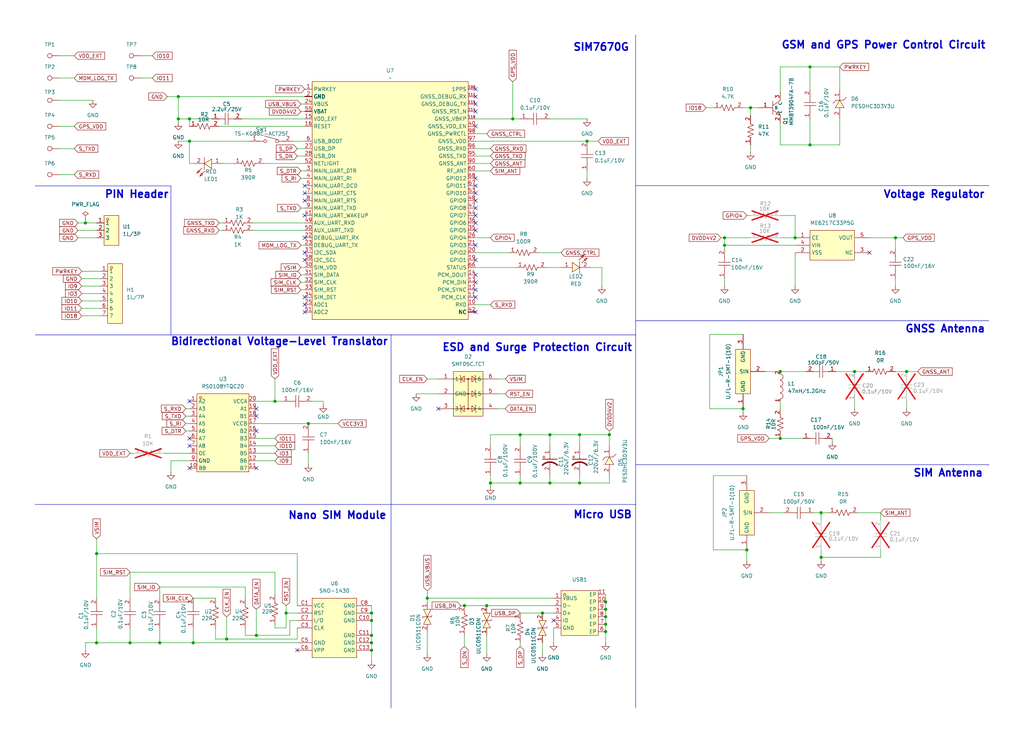
<source format=kicad_sch>
(kicad_sch (version 20250114) (generator "eeschema") (generator_version "9.0")
  (paper "User" 350.012 254)
  (title_block (title "GSM_HAT") (company "Gizantech_BD"))
  (lib_symbols
    (symbol "GSM:1050171001"
      (property "Reference" "USB" (at 0 9.652 0))
      (property "Value" "1050171001" (at 0 -11.43 0))
      (symbol "1050171001_0_1"
        (pin passive line (at -8.89 5.08 0) (length 2.54) (name "VBUS") (number "1"))
        (pin passive line (at -8.89 2.54 0) (length 2.54) (name "D-") (number "2"))
        (pin passive line (at -8.89 0 0) (length 2.54) (name "D+") (number "3"))
        (pin passive line (at -8.89 -2.54 0) (length 2.54) (name "ID") (number "4"))
        (pin passive line (at -8.89 -5.08 0) (length 2.54) (name "GND") (number "5"))
        (pin passive line (at 8.89 6.35 180) (length 2.54) (name "EP") (number "11"))
        (pin passive line (at 8.89 3.81 180) (length 2.54) (name "EP") (number "10"))
        (pin passive line (at 8.89 1.27 180) (length 2.54) (name "EP") (number "9"))
        (pin passive line (at 8.89 -1.27 180) (length 2.54) (name "EP") (number "8"))
        (pin passive line (at 8.89 -3.81 180) (length 2.54) (name "EP") (number "7"))
        (pin passive line (at 8.89 -6.35 180) (length 2.54) (name "EP") (number "6"))
      )
    )
    (symbol "GSM:A2541WV-3P_C5445396"
      (property "Reference" "U" (at 0 7.874 0))
      (property "Value" "1L/3P" (at 0.254 6.35 0))
      (symbol "A2541WV-3P_C5445396_0_1"
        (pin passive line (at -5.08 2.54 0) (length 2.54) (name "1") (number "1"))
        (pin passive line (at -5.08 0 0) (length 2.54) (name "2") (number "2"))
        (pin passive line (at -5.08 -2.54 0) (length 2.54) (name "3") (number "3"))
      )
    )
    (symbol "GSM:AC0402FR-07390RL"
      (property "Reference" "R" (at 0 5.08 0))
      (property "Value" "390R" (at 0 3.048 0))
      (symbol "AC0402FR-07390RL_0_1"
        (pin passive line (at -5.08 0 0) (length 2.54) (name "1") (number "1"))
        (pin passive line (at 5.08 0 180) (length 2.54) (name "2") (number "2"))
      )
    )
    (symbol "GSM:AC0402FR-7W10RL"
      (property "Reference" "R" (at 0 4.064 0))
      (property "Value" "10R" (at -0.254 2.286 0))
      (symbol "AC0402FR-7W10RL_0_1"
        (pin passive line (at -5.08 0 0) (length 2.54) (name "1") (number "1"))
        (pin passive line (at 5.08 0 180) (length 2.54) (name "2") (number "2"))
      )
    )
    (symbol "GSM:AC0402FR-7W47KL"
      (property "Reference" "R" (at 0 5.08 0))
      (property "Value" "47K" (at 0 3.048 0))
      (symbol "AC0402FR-7W47KL_0_1"
        (pin passive line (at -5.08 0 0) (length 2.54) (name "1") (number "1"))
        (pin passive line (at 5.08 0 180) (length 2.54) (name "2") (number "2"))
      )
    )
    (symbol "GSM:CC0402FRNPO9BN101"
      (property "Reference" "C" (at 0 5.08 0))
      (property "Value" "100pF/50V" (at 0.762 3.048 0))
      (symbol "CC0402FRNPO9BN101_1_1"
        (pin passive line (at -5.08 0 0) (length 2.54) (name "2") (number "2"))
        (pin passive line (at 5.08 0 180) (length 2.54) (name "1") (number "1"))
      )
    )
    (symbol "GSM:CC0402JRX7R7BB104"
      (property "Reference" "C" (at 0 5.08 0))
      (property "Value" "100nF/16V" (at 0 3.302 0))
      (symbol "CC0402JRX7R7BB104_0_1"
        (pin passive line (at -5.08 0 0) (length 2.54) (name "1") (number "1"))
        (pin passive line (at 5.08 0 180) (length 2.54) (name "2") (number "2"))
      )
    )
    (symbol "GSM:CC0402KRX5R8BB225"
      (property "Reference" "C" (at 0 5.08 0))
      (property "Value" "2.2uF/25V" (at 0.254 3.302 0))
      (symbol "CC0402KRX5R8BB225_0_1"
        (pin passive line (at -5.08 0 0) (length 2.54) (name "1") (number "1"))
        (pin passive line (at 5.08 0 180) (length 2.54) (name "2") (number "2"))
      )
    )
    (symbol "GSM:CL31B104KBCNFNC"
      (property "Reference" "C" (at 0 5.08 0))
      (property "Value" "0.1uF/75V" (at 0.254 3.302 0))
      (symbol "CL31B104KBCNFNC_0_1"
        (pin passive line (at -5.08 0 0) (length 2.54) (name "1") (number "1"))
        (pin passive line (at 5.08 0 180) (length 2.54) (name "2") (number "2"))
      )
    )
    (symbol "GSM:ERA2AEB102X"
      (property "Reference" "R" (at 0 4.826 0))
      (property "Value" "1K" (at -0.254 3.048 0))
      (symbol "ERA2AEB102X_0_1"
        (pin passive line (at -5.08 0 0) (length 2.54) (name "1") (number "1"))
        (pin passive line (at 5.08 0 180) (length 2.54) (name "2") (number "2"))
      )
    )
    (symbol "GSM:GRM155R71A104KA01J"
      (property "Reference" "C" (at 0 5.08 0))
      (property "Value" "0.1uF/10V" (at 0 3.302 0))
      (symbol "GRM155R71A104KA01J_0_1"
        (pin passive line (at -5.08 0 0) (length 2.54) (name "1") (number "1"))
        (pin passive line (at 5.08 0 180) (length 2.54) (name "2") (number "2"))
      )
    )
    (symbol "GSM:GRM188R72A104KA35J_C3011705"
      (property "Reference" "C" (at 0 5.08 0))
      (property "Value" "0.1uF/100V" (at 0.254 -3.556 0))
      (symbol "GRM188R72A104KA35J_C3011705_0_1"
        (pin passive line (at -5.08 0 0) (length 2.54) (name "1") (number "1"))
        (pin passive line (at 5.08 0 180) (length 2.54) (name "2") (number "2"))
      )
    )
    (symbol "GSM:GRM31C5C1H104FA01L"
      (property "Reference" "C" (at 0 5.08 0))
      (property "Value" "100nF/50V" (at 0.508 3.048 0))
      (symbol "GRM31C5C1H104FA01L_0_1"
        (pin passive line (at -5.08 0 0) (length 2.54) (name "1") (number "1"))
        (pin passive line (at 5.08 0 180) (length 2.54) (name "2") (number "2"))
      )
    )
    (symbol "GSM:LQG18HN47NJ00D"
      (property "Reference" "L" (at 0 5.08 0))
      (property "Value" "47nH/1.2GHz" (at 0 3.048 0))
      (symbol "LQG18HN47NJ00D_0_1"
        (pin passive line (at -5.08 0 0) (length 0.762) (name "1") (number "1"))
        (pin passive line (at 5.08 0 180) (length 0.762) (name "2") (number "2"))
      )
    )
    (symbol "GSM:ME6217C33P5G"
      (property "Reference" "U" (at 0 8.382 0))
      (property "Value" "ME6217C33P5G" (at -0.254 6.35 0))
      (symbol "ME6217C33P5G_0_1"
        (pin passive line (at -12.7 2.54 0) (length 5.08) (name "CE") (number "1"))
        (pin passive line (at -12.7 0 0) (length 5.08) (name "VIN") (number "4"))
        (pin passive line (at -12.7 -2.54 0) (length 5.08) (name "VSS") (number "2"))
        (pin passive line (at 12.7 2.54 180) (length 5.08) (name "VOUT") (number "5"))
        (pin passive line (at 12.7 -2.54 180) (length 5.08) (name "NC") (number "3"))
      )
    )
    (symbol "GSM:MMBT3904FA-7B"
      (property "Reference" "Q" (at -0.254 13.208 0))
      (property "Value" "MMBT3904FA-7B" (at -0.508 11.176 0))
      (symbol "MMBT3904FA-7B_1_1"
        (pin passive line (at -3.81 0 0) (length 5.08) (name "B") (number "1"))
        (pin passive line (at 3.81 5.08 270) (length 2.54) (name "C") (number "3"))
        (pin passive line (at 3.81 -5.08 90) (length 2.54) (name "E") (number "2"))
      )
    )
    (symbol "GSM:PESDHC3D3V3U"
      (property "Reference" "D" (at 0 5.08 0))
      (property "Value" "PESDHC3D3V3U" (at 0 3.302 0))
      (symbol "PESDHC3D3V3U_1_1"
        (pin passive line (at -3.81 0 0) (length 3.81) (name "C") (number "1"))
        (pin passive line (at 6.35 0 180) (length 3.81) (name "A") (number "2"))
      )
    )
    (symbol "GSM:RC0402DR-07100RL"
      (property "Reference" "R" (at 0 5.08 0))
      (property "Value" "100R" (at 0 3.048 0))
      (symbol "RC0402DR-07100RL_0_1"
        (pin passive line (at -5.08 0 0) (length 2.54) (name "1") (number "1"))
        (pin passive line (at 5.08 0 180) (length 2.54) (name "2") (number "2"))
      )
    )
    (symbol "GSM:RC0402FR-070RL"
      (property "Reference" "R" (at 0 3.81 0))
      (property "Value" "0R" (at 0 2.286 0))
      (symbol "RC0402FR-070RL_0_1"
        (pin passive line (at -5.08 0 0) (length 2.54) (name "1") (number "1"))
        (pin passive line (at 5.08 0 180) (length 2.54) (name "2") (number "2"))
      )
    )
    (symbol "GSM:RC1206FR-074K7L"
      (property "Reference" "R" (at 0 5.08 0))
      (property "Value" "4.7K" (at 0 2.54 0))
      (symbol "RC1206FR-074K7L_1_1"
        (pin passive line (at -5.08 0 0) (length 2.54) (name "1") (number "1"))
        (pin passive line (at 5.08 0 180) (length 2.54) (name "2") (number "2"))
      )
    )
    (symbol "GSM:RS0108YTQC20"
      (property "Reference" "U" (at 0 16.256 0))
      (property "Value" "RS0108YTQC20" (at 0 13.716 0))
      (symbol "RS0108YTQC20_0_1"
        (pin passive line (at -11.43 8.89 0) (length 2.54) (name "A2") (number "1"))
        (pin passive line (at -11.43 6.35 0) (length 2.54) (name "A3") (number "2"))
        (pin passive line (at -11.43 3.81 0) (length 2.54) (name "A4") (number "3"))
        (pin passive line (at -11.43 1.27 0) (length 2.54) (name "A5") (number "4"))
        (pin passive line (at -11.43 -1.27 0) (length 2.54) (name "A6") (number "5"))
        (pin passive line (at -11.43 -3.81 0) (length 2.54) (name "A7") (number "6"))
        (pin passive line (at -11.43 -6.35 0) (length 2.54) (name "A8") (number "7"))
        (pin passive line (at -11.43 -8.89 0) (length 2.54) (name "OE") (number "8"))
        (pin passive line (at -11.43 -11.43 0) (length 2.54) (name "GND") (number "21"))
        (pin passive line (at -11.43 -11.43 0) (length 2.54) (name "GND") (number "9"))
        (pin passive line (at -11.43 -13.97 0) (length 2.54) (name "B8") (number "10"))
        (pin passive line (at 11.43 8.89 180) (length 2.54) (name "VCCA") (number "20"))
        (pin passive line (at 11.43 6.35 180) (length 2.54) (name "A1") (number "19"))
        (pin passive line (at 11.43 3.81 180) (length 2.54) (name "B1") (number "18"))
        (pin passive line (at 11.43 1.27 180) (length 2.54) (name "VCCB") (number "17"))
        (pin passive line (at 11.43 -1.27 180) (length 2.54) (name "B2") (number "16"))
        (pin passive line (at 11.43 -3.81 180) (length 2.54) (name "B3") (number "15"))
        (pin passive line (at 11.43 -6.35 180) (length 2.54) (name "B4") (number "14"))
        (pin passive line (at 11.43 -8.89 180) (length 2.54) (name "B5") (number "13"))
        (pin passive line (at 11.43 -11.43 180) (length 2.54) (name "B6") (number "12"))
        (pin passive line (at 11.43 -13.97 180) (length 2.54) (name "B7") (number "11"))
      )
    )
    (symbol "GSM:RT0402BRD0722RL"
      (property "Reference" "U" (at 0 5.08 0))
      (property "Value" "22R" (at 0.254 2.794 0))
      (symbol "RT0402BRD0722RL_0_1"
        (pin passive line (at -5.08 0 0) (length 2.54) (name "1") (number "1"))
        (pin passive line (at 5.08 0 180) (length 2.54) (name "2") (number "2"))
      )
    )
    (symbol "GSM:RT0402BRE0710KL"
      (property "Reference" "R" (at 0 4.064 0))
      (property "Value" "10K" (at -0.254 2.286 0))
      (symbol "RT0402BRE0710KL_0_1"
        (pin passive line (at -5.08 0 0) (length 2.54) (name "1") (number "1"))
        (pin passive line (at 5.08 0 180) (length 2.54) (name "2") (number "2"))
      )
    )
    (symbol "GSM:SIM7670G"
      (property "Reference" "U1" (at 0 44.45 0))
      (property "Value" "~" (at 0 41.91 0))
      (symbol "SIM7670G_1_0"
        (pin passive line (at -29.21 38.1 0) (length 2.54) (name "PWRKEY") (number "1"))
        (pin passive line (at -29.21 35.56 0) (length 2.54) (name "GND") (number "17"))
        (pin passive line (at -29.21 35.56 0) (length 2.54) (name "GND") (number "18"))
        (pin passive line (at -29.21 35.56 0) (length 2.54) (name "GND") (number "2"))
        (pin passive line (at -29.21 35.56 0) (length 2.54) (name "GND") (number "29"))
        (pin passive line (at -29.21 35.56 0) (length 2.54) (name "GND") (number "39"))
        (pin passive line (at -29.21 35.56 0) (length 2.54) (name "GND") (number "45"))
        (pin passive line (at -29.21 35.56 0) (length 2.54) (name "GND") (number "46"))
        (pin passive line (at -29.21 35.56 0) (length 2.54) (name "GND") (number "54"))
        (pin passive line (at -29.21 35.56 0) (length 2.54) (name "GND") (number "58"))
        (pin passive line (at -29.21 35.56 0) (length 2.54) (name "GND") (number "59"))
        (pin passive line (at -29.21 35.56 0) (length 2.54) (name "GND") (number "61"))
        (pin passive line (at -29.21 35.56 0) (length 2.54) (name "GND") (number "62"))
        (pin passive line (at -29.21 35.56 0) (length 2.54) (name "GND") (number "63"))
        (pin passive line (at -29.21 35.56 0) (length 2.54) (name "GND") (number "64"))
        (pin passive line (at -29.21 35.56 0) (length 2.54) (name "GND") (number "65"))
        (pin passive line (at -29.21 35.56 0) (length 2.54) (name "GND") (number "69"))
        (pin passive line (at -29.21 35.56 0) (length 2.54) (name "GND") (number "70"))
        (pin passive line (at -29.21 35.56 0) (length 2.54) (name "GND") (number "71"))
        (pin passive line (at -29.21 35.56 0) (length 2.54) (name "GND") (number "72"))
        (pin passive line (at -29.21 35.56 0) (length 2.54) (name "GND") (number "73"))
        (pin passive line (at -29.21 35.56 0) (length 2.54) (name "GND") (number "74"))
        (pin passive line (at -29.21 35.56 0) (length 2.54) (name "GND") (number "75"))
        (pin passive line (at -29.21 35.56 0) (length 2.54) (name "GND") (number "76"))
        (pin passive line (at -29.21 35.56 0) (length 2.54) (name "GND") (number "77"))
        (pin passive line (at -29.21 35.56 0) (length 2.54) (name "GND") (number "78"))
        (pin passive line (at -29.21 35.56 0) (length 2.54) (name "GND") (number "79"))
        (pin passive line (at -29.21 35.56 0) (length 2.54) (name "GND") (number "80"))
        (pin passive line (at -29.21 35.56 0) (length 2.54) (name "GND") (number "81"))
        (pin passive line (at -29.21 35.56 0) (length 2.54) (name "GND") (number "82"))
        (pin passive line (at -29.21 35.56 0) (length 2.54) (name "GND") (number "83"))
        (pin passive line (at -29.21 35.56 0) (length 2.54) (name "GND") (number "84"))
        (pin passive line (at -29.21 35.56 0) (length 2.54) (name "GND") (number "85"))
        (pin passive line (at -29.21 35.56 0) (length 2.54) (name "GND") (number "86"))
        (pin passive line (at -29.21 35.56 0) (length 2.54) (name "GND") (number "87"))
        (pin passive line (at -29.21 35.56 0) (length 2.54) (name "GND") (number "88"))
        (pin passive line (at -29.21 35.56 0) (length 2.54) (name "GND") (number "89"))
        (pin passive line (at -29.21 35.56 0) (length 2.54) (name "GND") (number "91"))
        (pin passive line (at -29.21 35.56 0) (length 2.54) (name "GND") (number "92"))
        (pin passive line (at -29.21 35.56 0) (length 2.54) (name "GND") (number "94"))
        (pin passive line (at -29.21 33.02 0) (length 2.54) (name "VBUS") (number "24"))
        (pin passive line (at -29.21 30.48 0) (length 2.54) (name "VBAT") (number "55"))
        (pin passive line (at -29.21 30.48 0) (length 2.54) (name "VBAT") (number "56"))
        (pin passive line (at -29.21 30.48 0) (length 2.54) (name "VBAT") (number "57"))
        (pin passive line (at -29.21 27.94 0) (length 2.54) (name "VDD_EXT") (number "15"))
        (pin passive line (at -29.21 25.4 0) (length 2.54) (name "RESET") (number "16"))
        (pin passive line (at -29.21 20.32 0) (length 2.54) (name "USB_BOOT") (number "6"))
        (pin passive line (at -29.21 17.78 0) (length 2.54) (name "USB_DP") (number "27"))
        (pin passive line (at -29.21 15.24 0) (length 2.54) (name "USB_DN") (number "28"))
        (pin passive line (at -29.21 12.7 0) (length 2.54) (name "NETLIGHT") (number "52"))
        (pin passive line (at -29.21 10.16 0) (length 2.54) (name "MAIN_UART_DTR") (number "3"))
        (pin passive line (at -29.21 7.62 0) (length 2.54) (name "MAIN_UART_RI") (number "4"))
        (pin passive line (at -29.21 5.08 0) (length 2.54) (name "MAIN_UART_DCD") (number "5"))
        (pin passive line (at -29.21 2.54 0) (length 2.54) (name "MAIN_UART_CTS") (number "7"))
        (pin passive line (at -29.21 0 0) (length 2.54) (name "MAIN_UART_RTS") (number "8"))
        (pin passive line (at -29.21 -2.54 0) (length 2.54) (name "MAIN_UART_TXD") (number "9"))
        (pin passive line (at -29.21 -5.08 0) (length 2.54) (name "MAIN_UART_WAKEUP") (number "41"))
        (pin passive line (at -29.21 -7.62 0) (length 2.54) (name "AUX_UART_RXD") (number "49"))
        (pin passive line (at -29.21 -10.16 0) (length 2.54) (name "AUX_UART_TXD") (number "50"))
        (pin passive line (at -29.21 -12.7 0) (length 2.54) (name "DEBUG_UART_RX") (number "22"))
        (pin passive line (at -29.21 -15.24 0) (length 2.54) (name "DEBUG_UART_TX") (number "23"))
        (pin passive line (at -29.21 -17.78 0) (length 2.54) (name "I2C_SDA") (number "37"))
        (pin passive line (at -29.21 -20.32 0) (length 2.54) (name "I2C_SCL") (number "38"))
        (pin passive line (at -29.21 -22.86 0) (length 2.54) (name "SIM_VDD") (number "30"))
        (pin passive line (at -29.21 -25.4 0) (length 2.54) (name "SIM_DATA") (number "31"))
        (pin passive line (at -29.21 -27.94 0) (length 2.54) (name "SIM_CLK") (number "32"))
        (pin passive line (at -29.21 -30.48 0) (length 2.54) (name "SIM_RST") (number "33"))
        (pin passive line (at -29.21 -33.02 0) (length 2.54) (name "SIM_DET") (number "34"))
        (pin passive line (at -29.21 -35.56 0) (length 2.54) (name "ADC1") (number "25"))
        (pin passive line (at -29.21 -38.1 0) (length 2.54) (name "ADC2") (number "51"))
        (pin passive line (at 29.21 38.1 180) (length 2.54) (name "1PPS") (number "100"))
        (pin passive line (at 29.21 35.56 180) (length 2.54) (name "GNSS_DEBUG_RX") (number "111"))
        (pin passive line (at 29.21 33.02 180) (length 2.54) (name "GNSS_DEBUG_TX") (number "115"))
        (pin passive line (at 29.21 30.48 180) (length 2.54) (name "GNSS_RST_N") (number "114"))
        (pin passive line (at 29.21 27.94 180) (length 2.54) (name "GNSS_VBKP") (number "116"))
        (pin passive line (at 29.21 25.4 180) (length 2.54) (name "GNSS_VDD_EN") (number "40"))
        (pin passive line (at 29.21 22.86 180) (length 2.54) (name "GNSS_PWRCTL") (number "98"))
        (pin passive line (at 29.21 20.32 180) (length 2.54) (name "GNSS_VDD") (number "97"))
        (pin passive line (at 29.21 17.78 180) (length 2.54) (name "GNSS_RXD") (number "96"))
        (pin passive line (at 29.21 15.24 180) (length 2.54) (name "GNSS_TXD") (number "95"))
        (pin passive line (at 29.21 12.7 180) (length 2.54) (name "GNSS_ANT") (number "90"))
        (pin passive line (at 29.21 10.16 180) (length 2.54) (name "RF_ANT") (number "60"))
        (pin passive line (at 29.21 7.62 180) (length 2.54) (name "GPIO12") (number "68"))
        (pin passive line (at 29.21 5.08 180) (length 2.54) (name "GPIO11") (number "67"))
        (pin passive line (at 29.21 2.54 180) (length 2.54) (name "GPIO10") (number "53"))
        (pin passive line (at 29.21 0 180) (length 2.54) (name "GPIO9") (number "48"))
        (pin passive line (at 29.21 -2.54 180) (length 2.54) (name "GPIO8") (number "47"))
        (pin passive line (at 29.21 -5.08 180) (length 2.54) (name "GPIO7") (number "44"))
        (pin passive line (at 29.21 -7.62 180) (length 2.54) (name "GPIO6") (number "36"))
        (pin passive line (at 29.21 -10.16 180) (length 2.54) (name "GPIO5") (number "35"))
        (pin passive line (at 29.21 -12.7 180) (length 2.54) (name "GPIO4") (number "26"))
        (pin passive line (at 29.21 -15.24 180) (length 2.54) (name "GPIO3") (number "21"))
        (pin passive line (at 29.21 -17.78 180) (length 2.54) (name "GPIO2") (number "20"))
        (pin passive line (at 29.21 -20.32 180) (length 2.54) (name "GPIO1") (number "19"))
        (pin passive line (at 29.21 -22.86 180) (length 2.54) (name "STATUS") (number "66"))
        (pin passive line (at 29.21 -25.4 180) (length 2.54) (name "PCM_DOUT") (number "14"))
        (pin passive line (at 29.21 -27.94 180) (length 2.54) (name "PCM_DIN") (number "13"))
        (pin passive line (at 29.21 -30.48 180) (length 2.54) (name "PCM_SYNC") (number "12"))
        (pin passive line (at 29.21 -33.02 180) (length 2.54) (name "PCM_CLK") (number "11"))
        (pin passive line (at 29.21 -35.56 180) (length 2.54) (name "RXD") (number "10"))
        (pin passive line (at 29.21 -38.1 180) (length 2.54) (name "NC") (number "101"))
        (pin passive line (at 29.21 -38.1 180) (length 2.54) (name "NC") (number "102"))
        (pin passive line (at 29.21 -38.1 180) (length 2.54) (name "NC") (number "103"))
        (pin passive line (at 29.21 -38.1 180) (length 2.54) (name "NC") (number "104"))
        (pin passive line (at 29.21 -38.1 180) (length 2.54) (name "NC") (number "105"))
        (pin passive line (at 29.21 -38.1 180) (length 2.54) (name "NC") (number "106"))
        (pin passive line (at 29.21 -38.1 180) (length 2.54) (name "NC") (number "107"))
        (pin passive line (at 29.21 -38.1 180) (length 2.54) (name "NC") (number "108"))
        (pin passive line (at 29.21 -38.1 180) (length 2.54) (name "NC") (number "109"))
        (pin passive line (at 29.21 -38.1 180) (length 2.54) (name "NC") (number "110"))
        (pin passive line (at 29.21 -38.1 180) (length 2.54) (name "NC") (number "112"))
        (pin passive line (at 29.21 -38.1 180) (length 2.54) (name "NC") (number "113"))
        (pin passive line (at 29.21 -38.1 180) (length 2.54) (name "NC") (number "117"))
        (pin passive line (at 29.21 -38.1 180) (length 2.54) (name "NC") (number "118"))
        (pin passive line (at 29.21 -38.1 180) (length 2.54) (name "NC") (number "119"))
        (pin passive line (at 29.21 -38.1 180) (length 2.54) (name "NC") (number "120"))
        (pin passive line (at 29.21 -38.1 180) (length 2.54) (name "NC") (number "121"))
        (pin passive line (at 29.21 -38.1 180) (length 2.54) (name "NC") (number "122"))
        (pin passive line (at 29.21 -38.1 180) (length 2.54) (name "NC") (number "123"))
        (pin passive line (at 29.21 -38.1 180) (length 2.54) (name "NC") (number "124"))
        (pin passive line (at 29.21 -38.1 180) (length 2.54) (name "NC") (number "42"))
        (pin passive line (at 29.21 -38.1 180) (length 2.54) (name "NC") (number "43"))
        (pin passive line (at 29.21 -38.1 180) (length 2.54) (name "NC") (number "93"))
        (pin passive line (at 29.21 -38.1 180) (length 2.54) (name "NC") (number "99"))
      )
    )
    (symbol "GSM:SMF05C.TCT"
      (property "Reference" "D" (at 0 10.668 0))
      (property "Value" "SMF05C.TCT" (at 0.254 8.636 0))
      (symbol "SMF05C.TCT_0_1"
        (pin passive line (at -10.16 5.08 0) (length 5.08) (name "1") (number "1"))
        (pin passive line (at -10.16 -5.08 0) (length 5.08) (name "3") (number "3"))
        (pin passive line (at 10.16 5.08 180) (length 5.08) (name "6") (number "6"))
        (pin passive line (at 10.16 0 180) (length 5.08) (name "5") (number "5"))
        (pin passive line (at 10.16 -5.08 180) (length 5.08) (name "4") (number "4"))
      )
      (symbol "SMF05C.TCT_1_1"
        (pin passive line (at -10.16 0 0) (length 5.08) (name "GND") (number "2"))
      )
    )
    (symbol "GSM:SNO-1430"
      (property "Reference" "U" (at 0 13.208 0))
      (property "Value" "SNO-1430" (at 0.254 11.43 0))
      (symbol "SNO-1430_0_1"
        (pin passive line (at -12.7 7.62 0) (length 5.08) (name "VCC") (number "C1"))
        (pin passive line (at -12.7 5.08 0) (length 5.08) (name "RST") (number "C2"))
        (pin passive line (at -12.7 2.54 0) (length 5.08) (name "I/O") (number "C7"))
        (pin passive line (at -12.7 0 0) (length 5.08) (name "CLK") (number "C3"))
        (pin passive line (at -12.7 -5.08 0) (length 5.08) (name "GND") (number "C5"))
        (pin passive line (at -12.7 -7.62 0) (length 5.08) (name "VPP") (number "C6"))
        (pin passive line (at 12.7 7.62 180) (length 5.08) (name "GND") (number "C8"))
        (pin passive line (at 12.7 5.08 180) (length 5.08) (name "GND") (number "C9"))
      )
      (symbol "SNO-1430_1_1"
        (pin passive line (at 12.7 2.54 180) (length 5.08) (name "GND") (number "C10"))
        (pin passive line (at 12.7 -2.54 180) (length 5.08) (name "GND") (number "C11"))
        (pin passive line (at 12.7 -5.08 180) (length 5.08) (name "GND") (number "C12"))
        (pin passive line (at 12.7 -7.62 180) (length 5.08) (name "GND") (number "C13"))
      )
    )
    (symbol "GSM:TLJB227M006R0500"
      (property "Reference" "C" (at 0 12.446 0))
      (property "Value" "220uF/6.3V" (at 0.508 10.668 0))
      (symbol "TLJB227M006R0500_0_1"
        (pin passive line (at 0 5.08 270) (length 4.318) (name "1") (number "1"))
        (pin passive line (at 0 -5.08 90) (length 4.826) (name "2") (number "2"))
      )
    )
    (symbol "GSM:TS-KG88C-ACT25F"
      (property "Reference" "SW" (at 0 5.08 0))
      (property "Value" "TS-KG88C-ACT25F" (at 0 3.302 0))
      (symbol "TS-KG88C-ACT25F_0_1"
        (pin passive line (at -7.62 0 0) (length 3.81) (name "1") (number "1"))
        (pin passive line (at 7.62 0 180) (length 3.81) (name "2") (number "2"))
      )
    )
    (symbol "GSM:TestPoint" (pin_numbers (hide yes)) (pin_names (offset 0.762) (hide yes))
      (property "Reference" "TP" (at 0 4.826 0))
      (property "Value" "TestPoint" (at 0 5.08 0))
      (symbol "TestPoint_1_1"
        (pin passive line (at 0 0 90) (length 2.54) (name "1") (number "1"))
      )
    )
    (symbol "GSM:U.FL-R-SMT-1(10)"
      (property "Reference" "JP" (at 0 8.128 0))
      (property "Value" "U.FL-R-SMT-1(10)" (at 0 6.35 0))
      (symbol "U.FL-R-SMT-1(10)_0_1"
        (pin passive line (at -12.7 2.54 0) (length 5.08) (name "GND") (number "1"))
        (pin passive line (at 0 -5.08 90) (length 5.08) (name "SIN") (number "2"))
        (pin passive line (at 12.7 2.54 180) (length 5.08) (name "GND") (number "3"))
      )
    )
    (symbol "GSM:ULC0511CDN"
      (property "Reference" "D" (at 0 5.08 0))
      (property "Value" "ULC0511CDN" (at -0.254 3.302 0))
      (symbol "ULC0511CDN_0_1"
        (pin passive line (at -5.08 0 0) (length 2.54) (name "1") (number "1"))
        (pin passive line (at 5.08 0 180) (length 2.54) (name "2") (number "2"))
      )
    )
    (symbol "GSM:VLMS1300-GS08"
      (property "Reference" "LED" (at 2.032 5.08 0))
      (property "Value" "RED" (at -2.032 5.08 0))
      (symbol "VLMS1300-GS08_0_1"
        (pin passive line (at -5.08 0 0) (length 3.81) (name "A") (number "1"))
        (pin passive line (at 5.08 0 180) (length 3.81) (name "C") (number "2"))
      )
    )
    (symbol "GSM:X6511WV-07H-C30D60"
      (property "Reference" "H" (at 0 13.208 0))
      (property "Value" "1L/7P" (at 0.254 11.43 0))
      (symbol "X6511WV-07H-C30D60_0_1"
        (pin passive line (at -5.08 7.62 0) (length 2.54) (name "1") (number "1"))
        (pin passive line (at -5.08 5.08 0) (length 2.54) (name "2") (number "2"))
        (pin passive line (at -5.08 2.54 0) (length 2.54) (name "3") (number "3"))
        (pin passive line (at -5.08 0 0) (length 2.54) (name "4") (number "4"))
        (pin passive line (at -5.08 -2.54 0) (length 2.54) (name "5") (number "5"))
        (pin passive line (at -5.08 -5.08 0) (length 2.54) (name "6") (number "6"))
        (pin passive line (at -5.08 -7.62 0) (length 2.54) (name "7") (number "7"))
      )
    )
    (symbol "power:GND" (power) (pin_numbers (hide yes)) (pin_names (offset 0) (hide yes))
      (property "Value" "GND" (at 0 -3.81 0))
      (symbol "GND_1_1"
        (pin power_in line (at 0 0 270) (length 0) (name "~") (number "1"))
      )
    )
    (symbol "power:PWR_FLAG" (power) (pin_numbers (hide yes)) (pin_names (offset 0) (hide yes))
      (property "Value" "PWR_FLAG" (at 0 3.81 0))
      (symbol "PWR_FLAG_0_0"
        (pin power_out line (at 0 0 90) (length 0) (name "~") (number "1"))
      )
    )
  )
  (text "Nano SIM Module" (at 115.316 176.276 0) (effects (font (size 2.54 2.54) (thickness 0.508) (bold yes))))
  (text "SIM7670G" (at 205.486 16.256 0) (effects (font (size 2.54 2.54) (thickness 0.508) (bold yes))))
  (text "Micro USB" (at 205.994 176.022 0) (effects (font (size 2.54 2.54) (thickness 0.508) (bold yes))))
  (text "GSM and GPS Power Control Circuit" (at 302.006 15.494 0) (effects (font (size 2.54 2.54) (thickness 0.508) (bold yes))))
  (text "PIN Header" (at 46.736 66.548 0) (effects (font (size 2.54 2.54) (thickness 0.508) (bold yes))))
  (text "Voltage Regulator" (at 319.278 66.548 0) (effects (font (size 2.54 2.54) (thickness 0.508) (bold yes))))
  (text "Bidirectional Voltage-Level Translator" (at 95.504 116.84 0) (effects (font (size 2.54 2.54) (thickness 0.508) (bold yes))))
  (text "SIM Antenna" (at 324.104 161.798 0) (effects (font (size 2.54 2.54) (thickness 0.508) (bold yes))))
  (text "GNSS Antenna" (at 323.088 112.522 0) (effects (font (size 2.54 2.54) (thickness 0.508) (bold yes))))
  (text "ESD and Surge Protection Circuit" (at 183.642 118.872 0) (effects (font (size 2.54 2.54) (thickness 0.508) (bold yes))))
  (junction (at 306.07 81.28))
  (junction (at 200.66 48.26))
  (junction (at 208.28 148.59))
  (junction (at 77.47 218.44))
  (junction (at 207.01 208.28))
  (junction (at 87.63 217.17))
  (junction (at 276.86 49.53))
  (junction (at 207.01 213.36))
  (junction (at 127 222.25))
  (junction (at 247.65 83.82))
  (junction (at 255.27 187.96))
  (junction (at 54.61 219.71))
  (junction (at 64.77 40.64))
  (junction (at 177.8 148.59))
  (junction (at 127 209.55))
  (junction (at 127 217.17))
  (junction (at 93.98 137.16))
  (junction (at 280.67 175.26))
  (junction (at 33.02 219.71))
  (junction (at 266.7 127))
  (junction (at 66.04 219.71))
  (junction (at 207.01 210.82))
  (junction (at 207.01 205.74))
  (junction (at 166.37 207.01))
  (junction (at 207.01 215.9))
  (junction (at 60.96 40.64))
  (junction (at 127 212.09))
  (junction (at 127 219.71))
  (junction (at 247.65 81.28))
  (junction (at 158.75 207.01))
  (junction (at 44.45 219.71))
  (junction (at 185.42 209.55))
  (junction (at 198.12 165.1))
  (junction (at 64.77 48.26))
  (junction (at 175.26 40.64))
  (junction (at 198.12 148.59))
  (junction (at 33.02 189.23))
  (junction (at 187.96 165.1))
  (junction (at 271.78 81.28))
  (junction (at 254 139.7))
  (junction (at 60.96 33.02))
  (junction (at 276.86 22.86))
  (junction (at 266.7 149.86))
  (junction (at 187.96 148.59))
  (junction (at 280.67 190.5))
  (junction (at 177.8 165.1))
  (junction (at 29.21 76.2))
  (junction (at 256.54 36.83))
  (junction (at 146.05 204.47))
  (junction (at 309.88 127))
  (junction (at 97.79 209.55))
  (junction (at 167.64 165.1))
  (junction (at 105.41 144.78))
  (junction (at 292.1 127))
  (no_connect (at 87.63 147.32))
  (no_connect (at 162.56 88.9))
  (no_connect (at 104.14 68.58))
  (no_connect (at 162.56 35.56))
  (no_connect (at 162.56 30.48))
  (no_connect (at 101.6 222.25))
  (no_connect (at 162.56 33.02))
  (no_connect (at 104.14 81.28))
  (no_connect (at 162.56 60.96))
  (no_connect (at 162.56 63.5))
  (no_connect (at 162.56 96.52))
  (no_connect (at 104.14 63.5))
  (no_connect (at 64.77 160.02))
  (no_connect (at 64.77 152.4))
  (no_connect (at 104.14 86.36))
  (no_connect (at 64.77 137.16))
  (no_connect (at 104.14 88.9))
  (no_connect (at 162.56 71.12))
  (no_connect (at 104.14 106.68))
  (no_connect (at 162.56 76.2))
  (no_connect (at 162.56 78.74))
  (no_connect (at 104.14 104.14))
  (no_connect (at 87.63 160.02))
  (no_connect (at 104.14 101.6))
  (no_connect (at 162.56 99.06))
  (no_connect (at 162.56 101.6))
  (no_connect (at 149.86 139.7))
  (no_connect (at 297.18 86.36))
  (no_connect (at 64.77 149.86))
  (no_connect (at 162.56 73.66))
  (no_connect (at 162.56 93.98))
  (no_connect (at 104.14 66.04))
  (no_connect (at 162.56 38.1))
  (no_connect (at 162.56 66.04))
  (no_connect (at 162.56 106.68))
  (no_connect (at 162.56 83.82))
  (no_connect (at 104.14 73.66))
  (no_connect (at 189.23 212.09))
  (no_connect (at 87.63 142.24))
  (no_connect (at 162.56 68.58))
  (no_connect (at 87.63 139.7))
  (no_connect (at 162.56 43.18))
  (wire (pts (xy 64.77 40.64) (xy 72.39 40.64)))
  (wire (pts (xy 177.8 219.71) (xy 177.8 220.98)))
  (wire (pts (xy 170.18 134.62) (xy 172.72 134.62)))
  (wire (pts (xy 74.93 78.74) (xy 76.2 78.74)))
  (wire (pts (xy 27.94 97.79) (xy 34.29 97.79)))
  (wire (pts (xy 26.67 78.74) (xy 33.02 78.74)))
  (wire (pts (xy 184.15 86.36) (xy 191.77 86.36)))
  (wire (pts (xy 158.75 207.01) (xy 166.37 207.01)))
  (wire (pts (xy 167.64 165.1) (xy 177.8 165.1)))
  (wire (pts (xy 262.89 149.86) (xy 266.7 149.86)))
  (wire (pts (xy 33.02 214.63) (xy 33.02 219.71)))
  (wire (pts (xy 254 139.7) (xy 254 140.97)))
  (wire (pts (xy 187.96 162.56) (xy 187.96 165.1)))
  (wire (pts (xy 177.8 209.55) (xy 185.42 209.55)))
  (wire (pts (xy 26.67 76.2) (xy 29.21 76.2)))
  (wire (pts (xy 306.07 85.09) (xy 306.07 81.28)))
  (wire (pts (xy 162.56 55.88) (xy 167.64 55.88)))
  (wire (pts (xy 280.67 190.5) (xy 300.99 190.5)))
  (wire (pts (xy 175.26 27.94) (xy 175.26 40.64)))
  (wire (pts (xy 105.41 144.78) (xy 115.57 144.78)))
  (wire (pts (xy 105.41 154.94) (xy 105.41 158.75)))
  (wire (pts (xy 200.66 58.42) (xy 200.66 60.96)))
  (polyline (pts (xy 217.2448 12.002) (xy 217.2453 12.002)))
  (wire (pts (xy 27.94 92.71) (xy 34.29 92.71)))
  (wire (pts (xy 266.7 73.66) (xy 271.78 73.66)))
  (wire (pts (xy 33.02 184.15) (xy 33.02 189.23)))
  (wire (pts (xy 83.82 204.47) (xy 83.82 200.66)))
  (wire (pts (xy 280.67 175.26) (xy 280.67 177.8)))
  (wire (pts (xy 177.8 148.59) (xy 187.96 148.59)))
  (wire (pts (xy 266.7 81.28) (xy 271.78 81.28)))
  (wire (pts (xy 278.13 175.26) (xy 280.67 175.26)))
  (wire (pts (xy 127 207.01) (xy 127 209.55)))
  (wire (pts (xy 82.55 40.64) (xy 104.14 40.64)))
  (wire (pts (xy 266.7 41.91) (xy 266.7 49.53)))
  (wire (pts (xy 162.56 104.14) (xy 167.64 104.14)))
  (wire (pts (xy 20.32 34.29) (xy 31.75 34.29)))
  (wire (pts (xy 287.02 40.64) (xy 287.02 49.53)))
  (wire (pts (xy 20.32 19.05) (xy 25.4 19.05)))
  (wire (pts (xy 60.96 40.64) (xy 64.77 40.64)))
  (wire (pts (xy 207.01 208.28) (xy 207.01 210.82)))
  (wire (pts (xy 87.63 157.48) (xy 93.98 157.48)))
  (wire (pts (xy 102.87 96.52) (xy 104.14 96.52)))
  (wire (pts (xy 297.18 81.28) (xy 306.07 81.28)))
  (wire (pts (xy 207.01 205.74) (xy 207.01 208.28)))
  (wire (pts (xy 170.18 139.7) (xy 172.72 139.7)))
  (wire (pts (xy 146.05 215.9) (xy 146.05 223.52)))
  (wire (pts (xy 185.42 219.71) (xy 185.42 223.52)))
  (wire (pts (xy 177.8 162.56) (xy 177.8 165.1)))
  (wire (pts (xy 99.06 212.09) (xy 99.06 217.17)))
  (wire (pts (xy 247.65 83.82) (xy 247.65 85.09)))
  (wire (pts (xy 162.56 91.44) (xy 176.53 91.44)))
  (wire (pts (xy 276.86 49.53) (xy 276.86 40.64)))
  (wire (pts (xy 97.79 207.01) (xy 97.79 209.55)))
  (wire (pts (xy 101.6 219.71) (xy 66.04 219.71)))
  (polyline (pts (xy 12.0342 63.5502) (xy 58.4182 63.5502)))
  (wire (pts (xy 26.67 81.28) (xy 33.02 81.28)))
  (wire (pts (xy 207.01 215.9) (xy 207.01 219.71)))
  (wire (pts (xy 110.49 137.16) (xy 110.49 138.43)))
  (wire (pts (xy 207.01 210.82) (xy 207.01 213.36)))
  (wire (pts (xy 77.47 218.44) (xy 101.6 218.44)))
  (wire (pts (xy 276.86 22.86) (xy 276.86 30.48)))
  (wire (pts (xy 55.88 154.94) (xy 64.77 154.94)))
  (wire (pts (xy 309.88 127) (xy 313.69 127)))
  (wire (pts (xy 207.01 203.2) (xy 207.01 205.74)))
  (wire (pts (xy 167.64 162.56) (xy 167.64 165.1)))
  (wire (pts (xy 287.02 30.48) (xy 287.02 22.86)))
  (wire (pts (xy 177.8 165.1) (xy 187.96 165.1)))
  (wire (pts (xy 208.28 152.4) (xy 208.28 148.59)))
  (wire (pts (xy 29.21 74.93) (xy 29.21 76.2)))
  (wire (pts (xy 266.7 137.16) (xy 266.7 139.7)))
  (wire (pts (xy 293.37 175.26) (xy 300.99 175.26)))
  (wire (pts (xy 157.48 207.01) (xy 158.75 207.01)))
  (wire (pts (xy 20.32 26.67) (xy 25.4 26.67)))
  (wire (pts (xy 284.48 149.86) (xy 284.48 151.13)))
  (wire (pts (xy 102.87 35.56) (xy 104.14 35.56)))
  (wire (pts (xy 90.17 55.88) (xy 104.14 55.88)))
  (wire (pts (xy 29.21 219.71) (xy 29.21 222.25)))
  (wire (pts (xy 110.49 137.16) (xy 106.68 137.16)))
  (polyline (pts (xy 133.6679 172.402) (xy 133.6679 114.4898)))
  (wire (pts (xy 166.37 217.17) (xy 166.37 223.52)))
  (wire (pts (xy 201.93 91.44) (xy 205.74 91.44)))
  (wire (pts (xy 63.5 139.7) (xy 64.77 139.7)))
  (wire (pts (xy 158.75 217.17) (xy 158.75 220.98)))
  (wire (pts (xy 146.05 201.93) (xy 146.05 204.47)))
  (wire (pts (xy 102.87 93.98) (xy 104.14 93.98)))
  (wire (pts (xy 74.93 43.18) (xy 104.14 43.18)))
  (wire (pts (xy 271.78 73.66) (xy 271.78 81.28)))
  (wire (pts (xy 266.7 127) (xy 275.59 127)))
  (wire (pts (xy 102.87 91.44) (xy 104.14 91.44)))
  (wire (pts (xy 162.56 48.26) (xy 200.66 48.26)))
  (polyline (pts (xy 58.4182 114.5208) (xy 58.4182 63.5502)))
  (wire (pts (xy 300.99 175.26) (xy 300.99 177.8)))
  (wire (pts (xy 287.02 49.53) (xy 276.86 49.53)))
  (wire (pts (xy 66.04 55.88) (xy 64.77 55.88)))
  (wire (pts (xy 93.98 137.16) (xy 96.52 137.16)))
  (wire (pts (xy 187.96 148.59) (xy 187.96 152.4)))
  (wire (pts (xy 127 212.09) (xy 127 217.17)))
  (wire (pts (xy 102.87 60.96) (xy 104.14 60.96)))
  (wire (pts (xy 64.77 55.88) (xy 64.77 48.26)))
  (wire (pts (xy 254 36.83) (xy 256.54 36.83)))
  (wire (pts (xy 187.96 165.1) (xy 198.12 165.1)))
  (wire (pts (xy 27.94 105.41) (xy 34.29 105.41)))
  (wire (pts (xy 247.65 95.25) (xy 247.65 97.79)))
  (polyline (pts (xy 217.2566 114.4728) (xy 217.2566 241.979)))
  (wire (pts (xy 255.27 187.96) (xy 243.84 187.96)))
  (wire (pts (xy 292.1 127) (xy 295.91 127)))
  (wire (pts (xy 247.65 83.82) (xy 271.78 83.82)))
  (polyline (pts (xy 338.0195 158.8218) (xy 337.9707 158.8218)))
  (wire (pts (xy 83.82 217.17) (xy 87.63 217.17)))
  (polyline (pts (xy 338.0042 63.4364) (xy 338.0042 63.4371)))
  (wire (pts (xy 208.28 148.59) (xy 198.12 148.59)))
  (wire (pts (xy 97.79 209.55) (xy 97.79 214.63)))
  (wire (pts (xy 101.6 53.34) (xy 104.14 53.34)))
  (wire (pts (xy 101.6 189.23) (xy 33.02 189.23)))
  (wire (pts (xy 83.82 217.17) (xy 83.82 214.63)))
  (wire (pts (xy 266.7 31.75) (xy 266.7 22.86)))
  (wire (pts (xy 27.94 102.87) (xy 34.29 102.87)))
  (wire (pts (xy 255.27 73.66) (xy 256.54 73.66)))
  (wire (pts (xy 57.15 33.02) (xy 60.96 33.02)))
  (polyline (pts (xy 133.6591 172.4321) (xy 133.6591 242.0136)))
  (wire (pts (xy 167.64 152.4) (xy 167.64 148.59)))
  (wire (pts (xy 63.5 142.24) (xy 64.77 142.24)))
  (wire (pts (xy 175.26 40.64) (xy 177.8 40.64)))
  (wire (pts (xy 64.77 40.64) (xy 64.77 43.18)))
  (wire (pts (xy 207.01 213.36) (xy 207.01 215.9)))
  (wire (pts (xy 20.32 50.8) (xy 25.4 50.8)))
  (polyline (pts (xy 337.9902 109.6303) (xy 337.9902 109.6306)))
  (wire (pts (xy 44.45 154.94) (xy 45.72 154.94)))
  (wire (pts (xy 242.57 114.3) (xy 254 114.3)))
  (wire (pts (xy 254 139.7) (xy 242.57 139.7)))
  (wire (pts (xy 33.02 219.71) (xy 29.21 219.71)))
  (wire (pts (xy 77.47 210.82) (xy 77.47 218.44)))
  (wire (pts (xy 246.38 81.28) (xy 247.65 81.28)))
  (wire (pts (xy 60.96 48.26) (xy 64.77 48.26)))
  (wire (pts (xy 64.77 157.48) (xy 58.42 157.48)))
  (wire (pts (xy 87.63 208.28) (xy 87.63 217.17)))
  (wire (pts (xy 186.69 91.44) (xy 191.77 91.44)))
  (polyline (pts (xy 217.2453 114.5065) (xy 217.2453 12.002)))
  (wire (pts (xy 102.87 99.06) (xy 104.14 99.06)))
  (wire (pts (xy 127 217.17) (xy 127 219.71)))
  (wire (pts (xy 76.2 55.88) (xy 80.01 55.88)))
  (wire (pts (xy 127 219.71) (xy 127 222.25)))
  (wire (pts (xy 73.66 218.44) (xy 77.47 218.44)))
  (wire (pts (xy 93.98 129.54) (xy 93.98 137.16)))
  (wire (pts (xy 309.88 137.16) (xy 309.88 139.7)))
  (wire (pts (xy 66.04 204.47) (xy 73.66 204.47)))
  (wire (pts (xy 27.94 100.33) (xy 34.29 100.33)))
  (wire (pts (xy 266.7 49.53) (xy 276.86 49.53)))
  (wire (pts (xy 66.04 214.63) (xy 66.04 219.71)))
  (wire (pts (xy 60.96 40.64) (xy 60.96 41.91)))
  (wire (pts (xy 247.65 81.28) (xy 247.65 83.82)))
  (wire (pts (xy 86.36 76.2) (xy 104.14 76.2)))
  (wire (pts (xy 280.67 175.26) (xy 283.21 175.26)))
  (wire (pts (xy 187.96 40.64) (xy 200.66 40.64)))
  (wire (pts (xy 146.05 204.47) (xy 189.23 204.47)))
  (wire (pts (xy 292.1 137.16) (xy 292.1 139.7)))
  (wire (pts (xy 33.02 189.23) (xy 33.02 204.47)))
  (wire (pts (xy 60.96 33.02) (xy 60.96 40.64)))
  (wire (pts (xy 127 209.55) (xy 127 212.09)))
  (wire (pts (xy 101.6 212.09) (xy 99.06 212.09)))
  (wire (pts (xy 93.98 203.2) (xy 93.98 195.58)))
  (wire (pts (xy 20.32 59.69) (xy 25.4 59.69)))
  (wire (pts (xy 58.42 157.48) (xy 58.42 161.29)))
  (wire (pts (xy 205.74 91.44) (xy 205.74 97.79)))
  (wire (pts (xy 208.28 147.32) (xy 208.28 148.59)))
  (wire (pts (xy 101.6 214.63) (xy 101.6 218.44)))
  (wire (pts (xy 271.78 86.36) (xy 271.78 97.79)))
  (wire (pts (xy 162.56 53.34) (xy 167.64 53.34)))
  (wire (pts (xy 87.63 217.17) (xy 99.06 217.17)))
  (wire (pts (xy 127 222.25) (xy 127 226.06)))
  (wire (pts (xy 306.07 127) (xy 309.88 127)))
  (wire (pts (xy 142.24 134.62) (xy 149.86 134.62)))
  (wire (pts (xy 166.37 207.01) (xy 189.23 207.01)))
  (wire (pts (xy 44.45 195.58) (xy 93.98 195.58)))
  (wire (pts (xy 162.56 81.28) (xy 167.64 81.28)))
  (wire (pts (xy 87.63 144.78) (xy 105.41 144.78)))
  (wire (pts (xy 104.14 33.02) (xy 60.96 33.02)))
  (wire (pts (xy 86.36 78.74) (xy 104.14 78.74)))
  (wire (pts (xy 262.89 175.26) (xy 267.97 175.26)))
  (wire (pts (xy 162.56 40.64) (xy 175.26 40.64)))
  (wire (pts (xy 48.26 26.67) (xy 52.07 26.67)))
  (wire (pts (xy 189.23 214.63) (xy 189.23 219.71)))
  (wire (pts (xy 64.77 48.26) (xy 85.09 48.26)))
  (wire (pts (xy 167.64 165.1) (xy 167.64 166.37)))
  (wire (pts (xy 243.84 187.96) (xy 243.84 162.56)))
  (wire (pts (xy 177.8 148.59) (xy 177.8 152.4)))
  (wire (pts (xy 167.64 148.59) (xy 177.8 148.59)))
  (wire (pts (xy 54.61 219.71) (xy 44.45 219.71)))
  (polyline (pts (xy 12.0416 114.4728) (xy 217.2566 114.4728)))
  (wire (pts (xy 255.27 187.96) (xy 255.27 191.77)))
  (wire (pts (xy 44.45 195.58) (xy 44.45 204.47)))
  (wire (pts (xy 287.02 22.86) (xy 276.86 22.86)))
  (wire (pts (xy 256.54 49.53) (xy 256.54 52.07)))
  (wire (pts (xy 256.54 36.83) (xy 259.08 36.83)))
  (wire (pts (xy 73.66 214.63) (xy 73.66 218.44)))
  (wire (pts (xy 83.82 200.66) (xy 54.61 200.66)))
  (wire (pts (xy 187.96 148.59) (xy 198.12 148.59)))
  (wire (pts (xy 102.87 71.12) (xy 104.14 71.12)))
  (wire (pts (xy 146.05 129.54) (xy 149.86 129.54)))
  (wire (pts (xy 280.67 187.96) (xy 280.67 190.5)))
  (wire (pts (xy 306.07 81.28) (xy 308.61 81.28)))
  (wire (pts (xy 198.12 152.4) (xy 198.12 148.59)))
  (wire (pts (xy 266.7 22.86) (xy 276.86 22.86)))
  (wire (pts (xy 198.12 165.1) (xy 198.12 162.56)))
  (wire (pts (xy 102.87 83.82) (xy 104.14 83.82)))
  (wire (pts (xy 242.57 139.7) (xy 242.57 114.3)))
  (wire (pts (xy 63.5 144.78) (xy 64.77 144.78)))
  (wire (pts (xy 241.3 36.83) (xy 243.84 36.83)))
  (polyline (pts (xy 217.314 109.6306) (xy 337.9902 109.6306)))
  (wire (pts (xy 306.07 95.25) (xy 306.07 97.79)))
  (wire (pts (xy 66.04 219.71) (xy 54.61 219.71)))
  (wire (pts (xy 300.99 187.96) (xy 300.99 190.5)))
  (wire (pts (xy 101.6 50.8) (xy 104.14 50.8)))
  (wire (pts (xy 48.26 19.05) (xy 52.07 19.05)))
  (wire (pts (xy 74.93 76.2) (xy 76.2 76.2)))
  (wire (pts (xy 256.54 81.28) (xy 247.65 81.28)))
  (wire (pts (xy 44.45 214.63) (xy 44.45 219.71)))
  (wire (pts (xy 256.54 36.83) (xy 256.54 39.37)))
  (wire (pts (xy 100.33 48.26) (xy 104.14 48.26)))
  (wire (pts (xy 146.05 204.47) (xy 146.05 205.74)))
  (wire (pts (xy 266.7 149.86) (xy 274.32 149.86)))
  (wire (pts (xy 170.18 129.54) (xy 172.72 129.54)))
  (wire (pts (xy 162.56 45.72) (xy 166.37 45.72)))
  (wire (pts (xy 29.21 76.2) (xy 33.02 76.2)))
  (wire (pts (xy 162.56 58.42) (xy 167.64 58.42)))
  (wire (pts (xy 44.45 219.71) (xy 33.02 219.71)))
  (wire (pts (xy 185.42 209.55) (xy 189.23 209.55)))
  (wire (pts (xy 27.94 95.25) (xy 34.29 95.25)))
  (wire (pts (xy 261.62 127) (xy 266.7 127)))
  (wire (pts (xy 54.61 214.63) (xy 54.61 219.71)))
  (wire (pts (xy 162.56 86.36) (xy 173.99 86.36)))
  (polyline (pts (xy 217.2335 63.4364) (xy 338.0042 63.4364)))
  (wire (pts (xy 93.98 214.63) (xy 93.98 213.36)))
  (wire (pts (xy 280.67 190.5) (xy 280.67 191.77)))
  (wire (pts (xy 63.5 147.32) (xy 64.77 147.32)))
  (wire (pts (xy 20.32 43.18) (xy 25.4 43.18)))
  (wire (pts (xy 200.66 48.26) (xy 204.47 48.26)))
  (polyline (pts (xy 338.0195 158.8225) (xy 338.0195 158.8218)))
  (wire (pts (xy 101.6 209.55) (xy 97.79 209.55)))
  (wire (pts (xy 101.6 207.01) (xy 101.6 189.23)))
  (wire (pts (xy 208.28 165.1) (xy 198.12 165.1)))
  (wire (pts (xy 87.63 154.94) (xy 93.98 154.94)))
  (wire (pts (xy 87.63 149.86) (xy 93.98 149.86)))
  (wire (pts (xy 208.28 162.56) (xy 208.28 165.1)))
  (wire (pts (xy 243.84 162.56) (xy 255.27 162.56)))
  (wire (pts (xy 97.79 214.63) (xy 93.98 214.63)))
  (wire (pts (xy 27.94 107.95) (xy 34.29 107.95)))
  (wire (pts (xy 87.63 152.4) (xy 93.98 152.4)))
  (wire (pts (xy 54.61 200.66) (xy 54.61 204.47)))
  (wire (pts (xy 162.56 50.8) (xy 167.64 50.8)))
  (wire (pts (xy 102.87 38.1) (xy 104.14 38.1)))
  (polyline (pts (xy 133.6679 114.4898) (xy 133.6682 114.4898)))
  (polyline (pts (xy 217.2425 158.8225) (xy 338.0195 158.8225)))
  (wire (pts (xy 87.63 137.16) (xy 93.98 137.16)))
  (wire (pts (xy 285.75 127) (xy 292.1 127)))
  (polyline (pts (xy 217.2519 172.4348) (xy 217.2519 172.4352)))
  (polyline (pts (xy 11.9846 172.4348) (xy 217.2519 172.4348)))
  (wire (pts (xy 102.87 58.42) (xy 104.14 58.42)))
  (global_label "GNSS_ANT" (shape input) (at 313.69 127 0) (property "Intersheetrefs" "${INTERSHEET_REFS}" (effects (hide yes))))
  (global_label "IO3" (shape input) (at 27.94 100.33 180) (property "Intersheetrefs" "${INTERSHEET_REFS}" (effects (hide yes))))
  (global_label "GND" (shape input) (at 26.67 76.2 180) (property "Intersheetrefs" "${INTERSHEET_REFS}" (effects (hide yes))))
  (global_label "GPS_VDD" (shape input) (at 308.61 81.28 0) (property "Intersheetrefs" "${INTERSHEET_REFS}" (effects (hide yes))))
  (global_label "SIM_CLK" (shape input) (at 102.87 96.52 180) (property "Intersheetrefs" "${INTERSHEET_REFS}" (effects (hide yes))))
  (global_label "VSIM" (shape input) (at 172.72 129.54 0) (property "Intersheetrefs" "${INTERSHEET_REFS}" (effects (hide yes))))
  (global_label "GPIO4" (shape input) (at 167.64 81.28 0) (property "Intersheetrefs" "${INTERSHEET_REFS}" (effects (hide yes))))
  (global_label "GND" (shape input) (at 27.94 95.25 180) (property "Intersheetrefs" "${INTERSHEET_REFS}" (effects (hide yes))))
  (global_label "IO10" (shape input) (at 27.94 102.87 180) (property "Intersheetrefs" "${INTERSHEET_REFS}" (effects (hide yes))))
  (global_label "IO10" (shape input) (at 93.98 152.4 0) (property "Intersheetrefs" "${INTERSHEET_REFS}" (effects (hide yes))))
  (global_label "GNSS_TXD" (shape input) (at 167.64 53.34 0) (property "Intersheetrefs" "${INTERSHEET_REFS}" (effects (hide yes))))
  (global_label "S_RXD" (shape input) (at 25.4 59.69 0) (property "Intersheetrefs" "${INTERSHEET_REFS}" (effects (hide yes))))
  (global_label "S_DTR" (shape input) (at 63.5 147.32 180) (property "Intersheetrefs" "${INTERSHEET_REFS}" (effects (hide yes))))
  (global_label "GNSS_RXD" (shape input) (at 167.64 50.8 0) (property "Intersheetrefs" "${INTERSHEET_REFS}" (effects (hide yes))))
  (global_label "DATA_EN" (shape input) (at 87.63 208.28 90) (property "Intersheetrefs" "${INTERSHEET_REFS}" (effects (hide yes))))
  (global_label "S_RXD" (shape input) (at 167.64 104.14 0) (property "Intersheetrefs" "${INTERSHEET_REFS}" (effects (hide yes))))
  (global_label "SIM_IO" (shape input) (at 102.87 93.98 180) (property "Intersheetrefs" "${INTERSHEET_REFS}" (effects (hide yes))))
  (global_label "CLK_EN" (shape input) (at 77.47 210.82 90) (property "Intersheetrefs" "${INTERSHEET_REFS}" (effects (hide yes))))
  (global_label "GNSS_CTRL" (shape input) (at 166.37 45.72 0) (property "Intersheetrefs" "${INTERSHEET_REFS}" (effects (hide yes))))
  (global_label "SIM_ANT" (shape input) (at 167.64 58.42 0) (property "Intersheetrefs" "${INTERSHEET_REFS}" (effects (hide yes))))
  (global_label "SIM_IO" (shape input) (at 54.61 200.66 180) (property "Intersheetrefs" "${INTERSHEET_REFS}" (effects (hide yes))))
  (global_label "SIM_ANT" (shape input) (at 300.99 175.26 0) (property "Intersheetrefs" "${INTERSHEET_REFS}" (effects (hide yes))))
  (global_label "SIM_CLK" (shape input) (at 66.04 204.47 180) (property "Intersheetrefs" "${INTERSHEET_REFS}" (effects (hide yes))))
  (global_label "DATA_EN" (shape input) (at 172.72 139.7 0) (property "Intersheetrefs" "${INTERSHEET_REFS}" (effects (hide yes))))
  (global_label "PWRKEY" (shape input) (at 104.14 30.48 180) (property "Intersheetrefs" "${INTERSHEET_REFS}" (effects (hide yes))))
  (global_label "IO9" (shape input) (at 27.94 97.79 180) (property "Intersheetrefs" "${INTERSHEET_REFS}" (effects (hide yes))))
  (global_label "VSIM" (shape input) (at 102.87 91.44 180) (property "Intersheetrefs" "${INTERSHEET_REFS}" (effects (hide yes))))
  (global_label "S_DN" (shape input) (at 158.75 220.98 270) (property "Intersheetrefs" "${INTERSHEET_REFS}" (effects (hide yes))))
  (global_label "GNSS_RXD" (shape input) (at 74.93 78.74 180) (property "Intersheetrefs" "${INTERSHEET_REFS}" (effects (hide yes))))
  (global_label "USB_VBUS" (shape input) (at 146.05 201.93 90) (property "Intersheetrefs" "${INTERSHEET_REFS}" (effects (hide yes))))
  (global_label "IO11" (shape input) (at 27.94 105.41 180) (property "Intersheetrefs" "${INTERSHEET_REFS}" (effects (hide yes))))
  (global_label "GNSS_TXD" (shape input) (at 74.93 76.2 180) (property "Intersheetrefs" "${INTERSHEET_REFS}" (effects (hide yes))))
  (global_label "USB_DN" (shape input) (at 157.48 207.01 180) (property "Intersheetrefs" "${INTERSHEET_REFS}" (effects (hide yes))))
  (global_label "MDM_LOG_TX" (shape input) (at 102.87 83.82 180) (property "Intersheetrefs" "${INTERSHEET_REFS}" (effects (hide yes))))
  (global_label "IO9" (shape input) (at 93.98 157.48 0) (property "Intersheetrefs" "${INTERSHEET_REFS}" (effects (hide yes))))
  (global_label "IO18" (shape input) (at 27.94 107.95 180) (property "Intersheetrefs" "${INTERSHEET_REFS}" (effects (hide yes))))
  (global_label "IO11" (shape input) (at 93.98 149.86 0) (property "Intersheetrefs" "${INTERSHEET_REFS}" (effects (hide yes))))
  (global_label "MDM_LOG_TX" (shape input) (at 25.4 26.67 0) (property "Intersheetrefs" "${INTERSHEET_REFS}" (effects (hide yes))))
  (global_label "RST_EN" (shape input) (at 172.72 134.62 0) (property "Intersheetrefs" "${INTERSHEET_REFS}" (effects (hide yes))))
  (global_label "GNSS_CTRL" (shape input) (at 191.77 86.36 0) (property "Intersheetrefs" "${INTERSHEET_REFS}" (effects (hide yes))))
  (global_label "USB_DP" (shape input) (at 177.8 209.55 180) (property "Intersheetrefs" "${INTERSHEET_REFS}" (effects (hide yes))))
  (global_label "GNSS_ANT" (shape input) (at 167.64 55.88 0) (property "Intersheetrefs" "${INTERSHEET_REFS}" (effects (hide yes))))
  (global_label "GPS_VDD" (shape input) (at 262.89 149.86 180) (property "Intersheetrefs" "${INTERSHEET_REFS}" (effects (hide yes))))
  (global_label "PWRKEY" (shape input) (at 27.94 92.71 180) (property "Intersheetrefs" "${INTERSHEET_REFS}" (effects (hide yes))))
  (global_label "S_TXD" (shape input) (at 102.87 71.12 180) (property "Intersheetrefs" "${INTERSHEET_REFS}" (effects (hide yes))))
  (global_label "GPS_VDD" (shape input) (at 25.4 43.18 0) (property "Intersheetrefs" "${INTERSHEET_REFS}" (effects (hide yes))))
  (global_label "S_DP" (shape input) (at 101.6 50.8 180) (property "Intersheetrefs" "${INTERSHEET_REFS}" (effects (hide yes))))
  (global_label "GPS_VDD" (shape input) (at 175.26 27.94 90) (property "Intersheetrefs" "${INTERSHEET_REFS}" (effects (hide yes))))
  (global_label "VCC3V3" (shape input) (at 115.57 144.78 0) (property "Intersheetrefs" "${INTERSHEET_REFS}" (effects (hide yes))))
  (global_label "S_RI" (shape input) (at 102.87 60.96 180) (property "Intersheetrefs" "${INTERSHEET_REFS}" (effects (hide yes))))
  (global_label "IO10" (shape input) (at 52.07 19.05 0) (property "Intersheetrefs" "${INTERSHEET_REFS}" (effects (hide yes))))
  (global_label "VDD_EXT" (shape input) (at 204.47 48.26 0) (property "Intersheetrefs" "${INTERSHEET_REFS}" (effects (hide yes))))
  (global_label "S_TXD" (shape input) (at 63.5 142.24 180) (property "Intersheetrefs" "${INTERSHEET_REFS}" (effects (hide yes))))
  (global_label "PWRKEY" (shape input) (at 287.02 22.86 0) (property "Intersheetrefs" "${INTERSHEET_REFS}" (effects (hide yes))))
  (global_label "VSIM" (shape input) (at 33.02 184.15 90) (property "Intersheetrefs" "${INTERSHEET_REFS}" (effects (hide yes))))
  (global_label "VDD_EXT" (shape input) (at 93.98 129.54 90) (property "Intersheetrefs" "${INTERSHEET_REFS}" (effects (hide yes))))
  (global_label "USB_VBUS" (shape input) (at 102.87 35.56 180) (property "Intersheetrefs" "${INTERSHEET_REFS}" (effects (hide yes))))
  (global_label "DVDD4V2" (shape input) (at 102.87 38.1 180) (property "Intersheetrefs" "${INTERSHEET_REFS}" (effects (hide yes))))
  (global_label "SIM_RST" (shape input) (at 102.87 99.06 180) (property "Intersheetrefs" "${INTERSHEET_REFS}" (effects (hide yes))))
  (global_label "S_RXD" (shape input) (at 63.5 139.7 180) (property "Intersheetrefs" "${INTERSHEET_REFS}" (effects (hide yes))))
  (global_label "S_DN" (shape input) (at 101.6 53.34 180) (property "Intersheetrefs" "${INTERSHEET_REFS}" (effects (hide yes))))
  (global_label "S_RI" (shape input) (at 63.5 144.78 180) (property "Intersheetrefs" "${INTERSHEET_REFS}" (effects (hide yes))))
  (global_label "GND" (shape input) (at 57.15 33.02 180) (property "Intersheetrefs" "${INTERSHEET_REFS}" (effects (hide yes))))
  (global_label "RST_EN" (shape input) (at 97.79 207.01 90) (property "Intersheetrefs" "${INTERSHEET_REFS}" (effects (hide yes))))
  (global_label "S_DP" (shape input) (at 177.8 220.98 270) (property "Intersheetrefs" "${INTERSHEET_REFS}" (effects (hide yes))))
  (global_label "CLK_EN" (shape input) (at 146.05 129.54 180) (property "Intersheetrefs" "${INTERSHEET_REFS}" (effects (hide yes))))
  (global_label "S_TXD" (shape input) (at 25.4 50.8 0) (property "Intersheetrefs" "${INTERSHEET_REFS}" (effects (hide yes))))
  (global_label "GPIO4" (shape input) (at 255.27 73.66 180) (property "Intersheetrefs" "${INTERSHEET_REFS}" (effects (hide yes))))
  (global_label "GND" (shape input) (at 26.67 81.28 180) (property "Intersheetrefs" "${INTERSHEET_REFS}" (effects (hide yes))))
  (global_label "VDD_EXT" (shape input) (at 44.45 154.94 180) (property "Intersheetrefs" "${INTERSHEET_REFS}" (effects (hide yes))))
  (global_label "DVDD4V2" (shape input) (at 208.28 147.32 90) (property "Intersheetrefs" "${INTERSHEET_REFS}" (effects (hide yes))))
  (global_label "DVDD4V2" (shape input) (at 246.38 81.28 180) (property "Intersheetrefs" "${INTERSHEET_REFS}" (effects (hide yes))))
  (global_label "IO3" (shape input) (at 93.98 154.94 0) (property "Intersheetrefs" "${INTERSHEET_REFS}" (effects (hide yes))))
  (global_label "IO18" (shape input) (at 241.3 36.83 180) (property "Intersheetrefs" "${INTERSHEET_REFS}" (effects (hide yes))))
  (global_label "GND" (shape input) (at 26.67 78.74 180) (property "Intersheetrefs" "${INTERSHEET_REFS}" (effects (hide yes))))
  (global_label "IO11" (shape input) (at 52.07 26.67 0) (property "Intersheetrefs" "${INTERSHEET_REFS}" (effects (hide yes))))
  (global_label "SIM_RST" (shape input) (at 44.45 195.58 180) (property "Intersheetrefs" "${INTERSHEET_REFS}" (effects (hide yes))))
  (global_label "VDD_EXT" (shape input) (at 25.4 19.05 0) (property "Intersheetrefs" "${INTERSHEET_REFS}" (effects (hide yes))))
  (global_label "S_DTR" (shape input) (at 102.87 58.42 180) (property "Intersheetrefs" "${INTERSHEET_REFS}" (effects (hide yes))))
  (symbol (lib_id "GSM:RT0402BRD0722RL") (at 93.98 208.28 90) (unit 1)
    (property "Reference" "U5" (at 90.17 207.01 90) (effects (justify right)))
    (property "Value" "22R" (at 89.408 209.042 90) (effects (justify right)))
    (property "Footprint" "easyeda2kicad:R0402" (effects (hide yes)))
    (property "LCSC Part" "C852651" (effects (hide yes)))
  )
  (symbol (lib_id "power:GND") (at 207.01 219.71 0) (unit 1)
    (property "Reference" "#PWR018" (effects (hide yes)))
    (property "Value" "GND" (at 207.01 224.79 0))
    (property "Description" "Power symbol creates a global label with name \"GND\" , ground" (effects (hide yes)))
  )
  (symbol (lib_id "GSM:GRM155R71A104KA01J") (at 66.04 209.55 90) (unit 1)
    (property "Reference" "C4" (at 60.96 208.788 0) (effects (justify right)))
    (property "Value" "0.1uF/10V" (at 62.738 206.248 0) (effects (justify right)))
    (property "Footprint" "easyeda2kicad:C0402" (effects (hide yes)))
    (property "LCSC Part" "C6955083" (effects (hide yes)))
  )
  (symbol (lib_id "GSM:VLMS1300-GS08") (at 196.85 91.44 0) (unit 1)
    (property "Reference" "LED2" (at 196.85 94.488 0))
    (property "Value" "RED" (at 196.85 97.028 0))
    (property "Footprint" "easyeda2kicad:LED0603-R-RD_RED" (effects (hide yes)))
    (property "Datasheet" "https://lcsc.com/product-detail/Others_Vishay-Intertech_VLMS1300-GS08_Vishay-Intertech-VLMS1300-GS08_C83242.html" (effects (hide yes)))
    (property "LCSC Part" "C83242" (effects (hide yes)))
  )
  (symbol (lib_id "GSM:A2541WV-3P_C5445396") (at 38.1 78.74 0) (unit 1)
    (property "Reference" "U1" (at 41.91 77.4699 0) (effects (justify left)))
    (property "Value" "1L/3P" (at 41.91 80.0099 0) (effects (justify left)))
    (property "Footprint" "easyeda2kicad:HDR-TH_3P-P2.54-V-M" (effects (hide yes)))
    (property "LCSC Part" "C5445396" (effects (hide yes)))
  )
  (symbol (lib_id "power:GND") (at 284.48 151.13 0) (unit 1)
    (property "Reference" "#PWR025" (effects (hide yes)))
    (property "Value" "GND" (at 284.48 156.21 0))
    (property "Description" "Power symbol creates a global label with name \"GND\" , ground" (effects (hide yes)))
  )
  (symbol (lib_id "power:GND") (at 271.78 97.79 0) (unit 1)
    (property "Reference" "#PWR023" (effects (hide yes)))
    (property "Value" "GND" (at 271.78 102.87 0))
    (property "Description" "Power symbol creates a global label with name \"GND\" , ground" (effects (hide yes)))
  )
  (symbol (lib_id "GSM:TestPoint") (at 48.26 26.67 90) (unit 1)
    (property "Reference" "TP8" (at 44.958 22.86 90))
    (property "Value" "TestPoint" (at 44.958 24.13 90) (effects (font (size 0.001 0.001))))
    (property "Footprint" "TestPoint:TestPoint_Pad_D1.0mm" (effects (hide yes)))
    (property "Description" "test point" (effects (hide yes)))
  )
  (symbol (lib_id "GSM:AC0402FR-7W10RL") (at 266.7 144.78 90) (unit 1)
    (property "Reference" "R14" (at 262.636 144.78 0))
    (property "Value" "10R" (at 264.414 145.034 0))
    (property "Footprint" "easyeda2kicad:R0402" (effects (hide yes)))
    (property "LCSC Part" "C5455560" (effects (hide yes)))
  )
  (symbol (lib_id "GSM:CC0402JRX7R7BB104") (at 101.6 137.16 0) (unit 1)
    (property "Reference" "C6" (at 101.6 130.81 0))
    (property "Value" "100nF/16V" (at 101.6 133.35 0))
    (property "Footprint" "easyeda2kicad:C0402" (effects (hide yes)))
    (property "Datasheet" "https://lcsc.com/product-detail/presales_YAGEO-CC0402JRX7R7BB104_C541464.html" (effects (hide yes)))
    (property "LCSC Part" "C541464" (effects (hide yes)))
  )
  (symbol (lib_id "GSM:CC0402FRNPO9BN101") (at 273.05 175.26 0) (unit 1)
    (property "Reference" "C15" (at 273.05 168.91 0))
    (property "Value" "100pF/50V" (at 273.05 171.45 0))
    (property "Footprint" "easyeda2kicad:C0402" (effects (hide yes)))
    (property "Datasheet" "https://lcsc.com/product-detail/Others_YAGEO-CC0402FRNPO9BN101_C327198.html" (effects (hide yes)))
    (property "LCSC Part" "C327198" (effects (hide yes)))
  )
  (symbol (lib_id "GSM:X6511WV-07H-C30D60") (at 39.37 100.33 0) (unit 1)
    (property "Reference" "H1" (at 43.18 99.0599 0) (effects (justify left)))
    (property "Value" "1L/7P" (at 43.18 101.5999 0) (effects (justify left)))
    (property "Footprint" "easyeda2kicad:HDR-TH_7P-P2.54-V-M" (effects (hide yes)))
    (property "Datasheet" "https://lcsc.com/product-detail/Pin-Header-Female-Header_XKB-Connectivity-X6511WV-07H-C30D60_C706879.html" (effects (hide yes)))
    (property "LCSC Part" "C706879" (effects (hide yes)))
  )
  (symbol (lib_id "GSM:TestPoint") (at 20.32 26.67 90) (unit 1)
    (property "Reference" "TP2" (at 17.018 22.86 90))
    (property "Value" "TestPoint" (at 17.018 24.13 90) (effects (font (size 0.001 0.001))))
    (property "Footprint" "TestPoint:TestPoint_Pad_D1.0mm" (effects (hide yes)))
    (property "Description" "test point" (effects (hide yes)))
  )
  (symbol (lib_id "power:GND") (at 292.1 139.7 0) (unit 1)
    (property "Reference" "#PWR026" (effects (hide yes)))
    (property "Value" "GND" (at 292.1 144.78 0))
    (property "Description" "Power symbol creates a global label with name \"GND\" , ground" (effects (hide yes)))
  )
  (symbol (lib_id "GSM:AC0402FR-7W10RL") (at 158.75 212.09 90) (unit 1)
    (property "Reference" "R6" (at 154.686 212.09 0))
    (property "Value" "10R" (at 156.464 212.344 0))
    (property "Footprint" "easyeda2kicad:R0402" (effects (hide yes)))
    (property "LCSC Part" "C5455560" (effects (hide yes)))
  )
  (symbol (lib_id "GSM:CL31B104KBCNFNC") (at 280.67 182.88 90) (unit 1) (dnp yes)
    (property "Reference" "C19" (at 283.21 182.372 90) (effects (justify right)))
    (property "Value" "0.1uF/10V" (at 288.29 184.15 90))
    (property "Footprint" "easyeda2kicad:C0402" (effects (hide yes)))
    (property "LCSC Part" "C6955083" (effects (hide yes)))
  )
  (symbol (lib_id "power:GND") (at 60.96 48.26 0) (unit 1)
    (property "Reference" "#PWR05" (effects (hide yes)))
    (property "Value" "GND" (at 60.96 53.34 0))
    (property "Description" "Power symbol creates a global label with name \"GND\" , ground" (effects (hide yes)))
  )
  (symbol (lib_id "GSM:VLMS1300-GS08") (at 71.12 55.88 180) (unit 1)
    (property "Reference" "LED1" (at 72.136 61.214 0))
    (property "Value" "RED" (at 72.136 58.674 0))
    (property "Footprint" "easyeda2kicad:LED0603-R-RD_RED" (effects (hide yes)))
    (property "Datasheet" "https://lcsc.com/product-detail/Others_Vishay-Intertech_VLMS1300-GS08_Vishay-Intertech-VLMS1300-GS08_C83242.html" (effects (hide yes)))
    (property "LCSC Part" "C83242" (effects (hide yes)))
  )
  (symbol (lib_id "GSM:GRM155R71A104KA01J") (at 182.88 40.64 0) (unit 1)
    (property "Reference" "C10" (at 182.88 34.29 0))
    (property "Value" "0.1uF/10V" (at 182.88 36.83 0))
    (property "Footprint" "easyeda2kicad:C0402" (effects (hide yes)))
    (property "LCSC Part" "C6955083" (effects (hide yes)))
  )
  (symbol (lib_id "power:GND") (at 127 226.06 0) (unit 1)
    (property "Reference" "#PWR08" (effects (hide yes)))
    (property "Value" "GND" (at 127 231.14 0))
    (property "Description" "Power symbol creates a global label with name \"GND\" , ground" (effects (hide yes)))
  )
  (symbol (lib_id "GSM:GRM31C5C1H104FA01L") (at 279.4 149.86 0) (unit 1)
    (property "Reference" "C17" (at 278.892 143.51 0))
    (property "Value" "100nF/16V" (at 283.21 146.05 0))
    (property "Footprint" "easyeda2kicad:C0402" (effects (hide yes)))
    (property "Datasheet" "https://lcsc.com/product-detail/presales_YAGEO-CC0402JRX7R7BB104_C541464.html" (effects (hide yes)))
    (property "LCSC Part" "C541464" (effects (hide yes)))
  )
  (symbol (lib_id "GSM:ULC0511CDN") (at 146.05 210.82 270) (unit 1)
    (property "Reference" "D1" (at 140.97 209.804 0) (effects (justify left)))
    (property "Value" "ULC0511CDN" (at 143.002 209.804 0) (effects (justify left)))
    (property "Footprint" "easyeda2kicad:X1-DFN1006-2_L1.0-W0.6-RD" (effects (hide yes)))
    (property "Datasheet" "https://lcsc.com/product-detail/New-Arrivals_Leiditech-ULC0511CDN_C384841.html" (effects (hide yes)))
    (property "LCSC Part" "C384841" (effects (hide yes)))
  )
  (symbol (lib_id "GSM:GRM31C5C1H104FA01L") (at 306.07 90.17 90) (unit 1)
    (property "Reference" "C22" (at 308.61 88.646 90) (effects (justify right)))
    (property "Value" "100nF/16V" (at 314.198 90.932 90))
    (property "Footprint" "easyeda2kicad:C0402" (effects (hide yes)))
    (property "Datasheet" "https://lcsc.com/product-detail/presales_YAGEO-CC0402JRX7R7BB104_C541464.html" (effects (hide yes)))
    (property "LCSC Part" "C541464" (effects (hide yes)))
  )
  (symbol (lib_id "GSM:GRM155R71A104KA01J") (at 33.02 209.55 90) (unit 1)
    (property "Reference" "C1" (at 27.686 209.042 0) (effects (justify right)))
    (property "Value" "0.1uF/10V" (at 29.464 204.978 0) (effects (justify right)))
    (property "Footprint" "easyeda2kicad:C0402" (effects (hide yes)))
    (property "LCSC Part" "C6955083" (effects (hide yes)))
  )
  (symbol (lib_id "GSM:RC0402FR-070RL") (at 300.99 127 0) (unit 1)
    (property "Reference" "R16" (at 300.863 120.65 0))
    (property "Value" "0R" (at 300.863 123.19 0))
    (property "Footprint" "easyeda2kicad:R0402" (effects (hide yes)))
    (property "Datasheet" "https://lcsc.com/product-detail/Chip-Resistor-Surface-Mount_0R-0R0-1_C106231.html" (effects (hide yes)))
    (property "LCSC Part" "C106231" (effects (hide yes)))
  )
  (symbol (lib_id "power:GND") (at 58.42 161.29 0) (unit 1)
    (property "Reference" "#PWR03" (effects (hide yes)))
    (property "Value" "GND" (at 58.42 166.37 0))
    (property "Description" "Power symbol creates a global label with name \"GND\" , ground" (effects (hide yes)))
  )
  (symbol (lib_id "GSM:CC0402JRX7R7BB104") (at 105.41 149.86 90) (unit 1)
    (property "Reference" "C7" (at 109.22 148.5899 90) (effects (justify right)))
    (property "Value" "100nF/16V" (at 109.22 151.1299 90) (effects (justify right)))
    (property "Footprint" "easyeda2kicad:C0402" (effects (hide yes)))
    (property "Datasheet" "https://lcsc.com/product-detail/presales_YAGEO-CC0402JRX7R7BB104_C541464.html" (effects (hide yes)))
    (property "LCSC Part" "C541464" (effects (hide yes)))
  )
  (symbol (lib_id "power:GND") (at 309.88 139.7 0) (unit 1)
    (property "Reference" "#PWR028" (effects (hide yes)))
    (property "Value" "GND" (at 309.88 144.78 0))
    (property "Description" "Power symbol creates a global label with name \"GND\" , ground" (effects (hide yes)))
  )
  (symbol (lib_id "power:GND") (at 167.64 166.37 0) (unit 1)
    (property "Reference" "#PWR012" (effects (hide yes)))
    (property "Value" "GND" (at 167.64 170.18 0))
    (property "Description" "Power symbol creates a global label with name \"GND\" , ground" (effects (hide yes)))
  )
  (symbol (lib_id "GSM:GRM188R72A104KA35J_C3011705") (at 177.8 157.48 90) (unit 1)
    (property "Reference" "C9" (at 181.102 155.702 0) (effects (justify right)))
    (property "Value" "0.1uF/100V" (at 182.88 151.8921 0) (effects (justify right)))
    (property "Footprint" "easyeda2kicad:C0603" (effects (hide yes)))
    (property "LCSC Part" "C3011705" (effects (hide yes)))
  )
  (symbol (lib_id "GSM:TLJB227M006R0500") (at 187.96 157.48 0) (unit 1)
    (property "Reference" "C11" (at 191.77 157.734 90))
    (property "Value" "220uF/6.3V" (at 193.548 156.718 90))
    (property "Footprint" "easyeda2kicad:CASE-B_3528" (effects (hide yes)))
    (property "Datasheet" "https://lcsc.com/product-detail/Tantalum-Capacitors_AVX_TLJB227M006R0500_220uF-227-20-6-3V_C30242.html" (effects (hide yes)))
    (property "LCSC Part" "C30242" (effects (hide yes)))
  )
  (symbol (lib_id "GSM:PESDHC3D3V3U") (at 208.28 156.21 270) (unit 1)
    (property "Reference" "D5" (at 212.09 156.718 0) (effects (justify left)))
    (property "Value" "PESDHC3D3V3U" (at 213.614 150.114 0) (effects (justify left)))
    (property "Footprint" "easyeda2kicad:SOD-323_L1.8-W1.3-LS2.5-RD" (effects (hide yes)))
    (property "Datasheet" "https://lcsc.com/product-detail/New-Arrivals_Shanghai-Prisemi-Elec-PESDHC3D3V3U_C496538.html" (effects (hide yes)))
    (property "LCSC Part" "C496538" (effects (hide yes)))
  )
  (symbol (lib_id "power:GND") (at 142.24 134.62 0) (unit 1)
    (property "Reference" "#PWR09" (effects (hide yes)))
    (property "Value" "GND" (at 142.24 139.7 0))
    (property "Description" "Power symbol creates a global label with name \"GND\" , ground" (effects (hide yes)))
  )
  (symbol (lib_id "GSM:AC0402FR-7W10RL") (at 177.8 214.63 90) (unit 1)
    (property "Reference" "R7" (at 173.736 214.63 0))
    (property "Value" "10R" (at 175.514 214.884 0))
    (property "Footprint" "easyeda2kicad:R0402" (effects (hide yes)))
    (property "LCSC Part" "C5455560" (effects (hide yes)))
  )
  (symbol (lib_id "GSM:AC0402FR-07390RL") (at 181.61 91.44 0) (unit 1)
    (property "Reference" "R9" (at 181.356 93.726 0))
    (property "Value" "390R" (at 181.356 96.266 0))
    (property "Footprint" "easyeda2kicad:R0402" (effects (hide yes)))
    (property "Datasheet" "https://lcsc.com/product-detail/Others_YAGEO-AC0402FR-07390RL_C227027.html" (effects (hide yes)))
    (property "LCSC Part" "C227027" (effects (hide yes)))
  )
  (symbol (lib_id "GSM:MMBT3904FA-7B") (at 262.89 36.83 0) (unit 1)
    (property "Reference" "Q1" (at 268.478 42.672 90) (effects (justify left)))
    (property "Value" "MMBT3904FA-7B" (at 270.51 42.926 90) (effects (justify left)))
    (property "Footprint" "easyeda2kicad:DFN-3L_L0.8-W0.6-P0.35-BR" (effects (hide yes)))
    (property "Datasheet" "https://lcsc.com/product-detail/Transistors-NPN-PNP_DIODES_MMBT3904FA-7B_MMBT3904FA-7B_C151577.html" (effects (hide yes)))
    (property "LCSC Part" "C151577" (effects (hide yes)))
  )
  (symbol (lib_id "GSM:RC0402DR-07100RL") (at 179.07 86.36 0) (unit 1)
    (property "Reference" "R8" (at 178.943 80.01 0))
    (property "Value" "100R" (at 178.943 82.55 0))
    (property "Footprint" "easyeda2kicad:R0402" (effects (hide yes)))
    (property "LCSC Part" "C471762" (effects (hide yes)))
  )
  (symbol (lib_id "power:GND") (at 185.42 223.52 0) (unit 1)
    (property "Reference" "#PWR013" (effects (hide yes)))
    (property "Value" "GND" (at 185.42 228.6 0))
    (property "Description" "Power symbol creates a global label with name \"GND\" , ground" (effects (hide yes)))
  )
  (symbol (lib_id "GSM:RC0402FR-070RL") (at 288.29 175.26 0) (unit 1)
    (property "Reference" "R15" (at 288.163 168.91 0))
    (property "Value" "0R" (at 288.163 171.45 0))
    (property "Footprint" "easyeda2kicad:R0402" (effects (hide yes)))
    (property "Datasheet" "https://lcsc.com/product-detail/Chip-Resistor-Surface-Mount_0R-0R0-1_C106231.html" (effects (hide yes)))
    (property "LCSC Part" "C106231" (effects (hide yes)))
  )
  (symbol (lib_id "power:GND") (at 256.54 52.07 0) (unit 1)
    (property "Reference" "#PWR022" (effects (hide yes)))
    (property "Value" "GND" (at 256.54 57.15 0))
    (property "Description" "Power symbol creates a global label with name \"GND\" , ground" (effects (hide yes)))
  )
  (symbol (lib_id "GSM:TLJB227M006R0500") (at 198.12 157.48 0) (unit 1)
    (property "Reference" "C12" (at 201.93 157.226 90))
    (property "Value" "220uF/6.3V" (at 203.708 156.21 90))
    (property "Footprint" "easyeda2kicad:CASE-B_3528" (effects (hide yes)))
    (property "Datasheet" "https://lcsc.com/product-detail/Tantalum-Capacitors_AVX_TLJB227M006R0500_220uF-227-20-6-3V_C30242.html" (effects (hide yes)))
    (property "LCSC Part" "C30242" (effects (hide yes)))
  )
  (symbol (lib_id "GSM:CL31B104KBCNFNC") (at 167.64 157.48 90) (unit 1)
    (property "Reference" "C8" (at 170.942 155.702 0) (effects (justify right)))
    (property "Value" "0.1uF/100V" (at 172.72 157.48 0))
    (property "Footprint" "easyeda2kicad:C0603" (effects (hide yes)))
    (property "LCSC Part" "C3011705" (effects (hide yes)))
  )
  (symbol (lib_id "GSM:CL31B104KBCNFNC") (at 276.86 35.56 90) (unit 1)
    (property "Reference" "C16" (at 280.67 34.29 0) (effects (justify right)))
    (property "Value" "0.1uF/10V" (at 282.448 29.972 0) (effects (justify right)))
    (property "Footprint" "easyeda2kicad:C0402" (effects (hide yes)))
    (property "LCSC Part" "C6955083" (effects (hide yes)))
  )
  (symbol (lib_id "power:GND") (at 146.05 223.52 0) (unit 1)
    (property "Reference" "#PWR010" (effects (hide yes)))
    (property "Value" "GND" (at 146.05 228.6 0))
    (property "Description" "Power symbol creates a global label with name \"GND\" , ground" (effects (hide yes)))
  )
  (symbol (lib_id "GSM:RT0402BRE0710KL") (at 261.62 73.66 0) (unit 1) (dnp yes)
    (property "Reference" "R12" (at 261.62 69.596 0))
    (property "Value" "10K" (at 261.366 71.374 0))
    (property "Footprint" "easyeda2kicad:R0402" (effects (hide yes)))
    (property "LCSC Part" "C513708" (effects (hide yes)))
  )
  (symbol (lib_id "GSM:U.FL-R-SMT-1(10)") (at 257.81 175.26 90) (unit 1)
    (property "Reference" "JP2" (at 247.65 175.26 0))
    (property "Value" "U.FL-R-SMT-1(10)" (at 250.19 175.26 0))
    (property "Footprint" "easyeda2kicad:ANT-SMD_UFL-R-SMT-1-10" (effects (hide yes)))
    (property "Datasheet" "https://lcsc.com/product-detail/Connectors_HRS_U-FL-R-SMT-1-10_3310472210-IPE-XBoard-end-IPXConnector-SMD_C88373.html" (effects (hide yes)))
    (property "LCSC Part" "C88373" (effects (hide yes)))
  )
  (symbol (lib_id "power:GND") (at 247.65 97.79 0) (unit 1)
    (property "Reference" "#PWR019" (effects (hide yes)))
    (property "Value" "GND" (at 247.65 102.87 0))
    (property "Description" "Power symbol creates a global label with name \"GND\" , ground" (effects (hide yes)))
  )
  (symbol (lib_id "GSM:AC0402FR-7W47KL") (at 256.54 44.45 90) (unit 1)
    (property "Reference" "R11" (at 259.08 43.3069 90) (effects (justify right)))
    (property "Value" "47K" (at 259.08 45.8469 90) (effects (justify right)))
    (property "Footprint" "easyeda2kicad:R0402" (effects (hide yes)))
    (property "Datasheet" "https://www.lcsc.com/product-detail/Chip-Resistor-Surface-Mount_YAGEO-AC0402FR-7W47KL_C5447295.html?s_z=n_resistor" (effects (hide yes)))
    (property "LCSC Part" "C5447295" (effects (hide yes)))
  )
  (symbol (lib_id "GSM:U.FL-R-SMT-1(10)") (at 256.54 127 90) (unit 1)
    (property "Reference" "JP1" (at 246.38 127 0))
    (property "Value" "U.FL-R-SMT-1(10)" (at 248.92 127 0))
    (property "Footprint" "easyeda2kicad:ANT-SMD_UFL-R-SMT-1-10" (effects (hide yes)))
    (property "Datasheet" "https://lcsc.com/product-detail/Connectors_HRS_U-FL-R-SMT-1-10_3310472210-IPE-XBoard-end-IPXConnector-SMD_C88373.html" (effects (hide yes)))
    (property "LCSC Part" "C88373" (effects (hide yes)))
  )
  (symbol (lib_id "GSM:AC0402FR-07390RL") (at 85.09 55.88 0) (unit 1)
    (property "Reference" "R5" (at 84.836 58.166 0))
    (property "Value" "390R" (at 84.836 60.706 0))
    (property "Footprint" "easyeda2kicad:R0402" (effects (hide yes)))
    (property "Datasheet" "https://lcsc.com/product-detail/Others_YAGEO-AC0402FR-07390RL_C227027.html" (effects (hide yes)))
    (property "LCSC Part" "C227027" (effects (hide yes)))
  )
  (symbol (lib_id "GSM:TestPoint") (at 48.26 19.05 90) (unit 1)
    (property "Reference" "TP7" (at 44.958 15.24 90))
    (property "Value" "TestPoint" (at 44.958 16.51 90) (effects (font (size 0.001 0.001))))
    (property "Footprint" "TestPoint:TestPoint_Pad_D1.0mm" (effects (hide yes)))
    (property "Description" "test point" (effects (hide yes)))
  )
  (symbol (lib_id "GSM:CC0402FRNPO9BN101") (at 280.67 127 0) (unit 1)
    (property "Reference" "C18" (at 280.67 121.92 0))
    (property "Value" "100pF/50V" (at 281.432 123.952 0))
    (property "Footprint" "easyeda2kicad:C0402" (effects (hide yes)))
    (property "Datasheet" "https://lcsc.com/product-detail/Others_YAGEO-CC0402FRNPO9BN101_C327198.html" (effects (hide yes)))
    (property "LCSC Part" "C327198" (effects (hide yes)))
  )
  (symbol (lib_id "GSM:TS-KG88C-ACT25F") (at 92.71 48.26 0) (unit 1)
    (property "Reference" "SW1" (at 89.408 44.196 0))
    (property "Value" "TS-KG88C-ACT25F" (at 89.408 45.72 0))
    (property "Footprint" "easyeda2kicad:KEY-SMD_L4.0-W2.9-LS4.8" (effects (hide yes)))
    (property "LCSC Part" "C2874431" (effects (hide yes)))
  )
  (symbol (lib_id "power:GND") (at 105.41 158.75 0) (unit 1)
    (property "Reference" "#PWR06" (effects (hide yes)))
    (property "Value" "GND" (at 105.41 163.83 0))
    (property "Description" "Power symbol creates a global label with name \"GND\" , ground" (effects (hide yes)))
  )
  (symbol (lib_id "GSM:PESDHC3D3V3U") (at 287.02 34.29 270) (unit 1)
    (property "Reference" "D6" (at 290.83 33.7799 90) (effects (justify left)))
    (property "Value" "PESDHC3D3V3U" (at 290.83 36.3199 90) (effects (justify left)))
    (property "Footprint" "easyeda2kicad:SOD-323_L1.8-W1.3-LS2.5-RD" (effects (hide yes)))
    (property "Datasheet" "https://lcsc.com/product-detail/New-Arrivals_Shanghai-Prisemi-Elec-PESDHC3D3V3U_C496538.html" (effects (hide yes)))
    (property "LCSC Part" "C496538" (effects (hide yes)))
  )
  (symbol (lib_id "power:GND") (at 60.96 41.91 0) (unit 1)
    (property "Reference" "#PWR04" (effects (hide yes)))
    (property "Value" "GND" (at 60.96 46.99 0))
    (property "Description" "Power symbol creates a global label with name \"GND\" , ground" (effects (hide yes)))
  )
  (symbol (lib_id "GSM:ERA2AEB102X") (at 81.28 78.74 0) (unit 1)
    (property "Reference" "R4" (at 81.28 81.026 0))
    (property "Value" "1K" (at 81.28 83.566 0))
    (property "Footprint" "easyeda2kicad:R0402" (effects (hide yes)))
    (property "Datasheet" "https://lcsc.com/product-detail/Chip-Resistor-Surface-Mount_PANASONIC-ERA2AEB102X_C445596.html" (effects (hide yes)))
    (property "LCSC Part" "C445596" (effects (hide yes)))
  )
  (symbol (lib_id "GSM:ULC0511CDN") (at 166.37 212.09 90) (unit 1)
    (property "Reference" "D3" (at 161.29 211.074 0) (effects (justify right)))
    (property "Value" "ULC0511CDN" (at 163.576 211.074 0) (effects (justify right)))
    (property "Footprint" "easyeda2kicad:X1-DFN1006-2_L1.0-W0.6-RD" (effects (hide yes)))
    (property "Datasheet" "https://lcsc.com/product-detail/New-Arrivals_Leiditech-ULC0511CDN_C384841.html" (effects (hide yes)))
    (property "LCSC Part" "C384841" (effects (hide yes)))
  )
  (symbol (lib_id "GSM:AC0402FR-7W10RL") (at 69.85 43.18 0) (unit 1)
    (property "Reference" "R2" (at 69.85 39.116 0))
    (property "Value" "10R" (at 69.596 40.894 0))
    (property "Footprint" "easyeda2kicad:R0402" (effects (hide yes)))
    (property "LCSC Part" "C5455560" (effects (hide yes)))
  )
  (symbol (lib_id "GSM:TestPoint") (at 20.32 59.69 90) (unit 1)
    (property "Reference" "TP6" (at 17.018 55.88 90))
    (property "Value" "TestPoint" (at 17.018 57.15 90) (effects (font (size 0.001 0.001))))
    (property "Footprint" "TestPoint:TestPoint_Pad_D1.0mm" (effects (hide yes)))
    (property "Description" "test point" (effects (hide yes)))
  )
  (symbol (lib_id "GSM:SIM7670G") (at 133.35 68.58 0) (unit 1)
    (property "Reference" "U7" (at 133.35 24.13 0))
    (property "Value" "~" (at 133.35 26.67 0))
    (property "Footprint" "easyeda2kicad:LGA-124_L24.0-W24.0-P1.0-A7670C-LASS" (effects (hide yes)))
    (property "Manufacturer Part" "SIM7670G" (effects (hide yes)))
    (property "Supplier Part" "C45369170" (effects (hide yes)))
    (property "Supplier" "LCSC" (effects (hide yes)))
    (property "LCSC Part Name" "SIM7670G" (effects (hide yes)))
  )
  (symbol (lib_id "GSM:RT0402BRE0710KL") (at 261.62 81.28 0) (unit 1) (dnp yes)
    (property "Reference" "R13" (at 261.62 77.216 0))
    (property "Value" "10K" (at 261.366 78.994 0))
    (property "Footprint" "easyeda2kicad:R0402" (effects (hide yes)))
    (property "LCSC Part" "C513708" (effects (hide yes)))
  )
  (symbol (lib_id "GSM:TestPoint") (at 20.32 19.05 90) (unit 1)
    (property "Reference" "TP1" (at 17.018 15.24 90))
    (property "Value" "TestPoint" (at 17.018 16.51 90) (effects (font (size 0.001 0.001))))
    (property "Footprint" "TestPoint:TestPoint_Pad_D1.0mm" (effects (hide yes)))
    (property "Description" "test point" (effects (hide yes)))
  )
  (symbol (lib_id "power:GND") (at 31.75 34.29 0) (unit 1)
    (property "Reference" "#PWR02" (effects (hide yes)))
    (property "Value" "GND" (at 31.75 39.37 0))
    (property "Description" "Power symbol creates a global label with name \"GND\" , ground" (effects (hide yes)))
  )
  (symbol (lib_id "GSM:RT0402BRD0722RL") (at 73.66 209.55 90) (unit 1)
    (property "Reference" "U2" (at 69.85 209.042 90) (effects (justify right)))
    (property "Value" "22R" (at 68.834 211.328 90) (effects (justify right)))
    (property "Footprint" "easyeda2kicad:R0402" (effects (hide yes)))
    (property "LCSC Part" "C852651" (effects (hide yes)))
  )
  (symbol (lib_id "power:GND") (at 205.74 97.79 0) (unit 1)
    (property "Reference" "#PWR017" (effects (hide yes)))
    (property "Value" "GND" (at 205.74 102.87 0))
    (property "Description" "Power symbol creates a global label with name \"GND\" , ground" (effects (hide yes)))
  )
  (symbol (lib_id "power:PWR_FLAG") (at 29.21 74.93 0) (unit 1)
    (property "Reference" "#FLG01" (effects (hide yes)))
    (property "Value" "PWR_FLAG" (at 29.21 69.85 0))
    (property "Description" "Special symbol for telling ERC where power comes from" (effects (hide yes)))
  )
  (symbol (lib_id "GSM:GRM155R71A104KA01J") (at 200.66 53.34 90) (unit 1)
    (property "Reference" "C13" (at 203.2 52.324 90) (effects (justify right)))
    (property "Value" "0.1uF/10V" (at 203.2 54.864 90) (effects (justify right)))
    (property "Footprint" "easyeda2kicad:C0402" (effects (hide yes)))
    (property "LCSC Part" "C6955083" (effects (hide yes)))
  )
  (symbol (lib_id "GSM:GRM31C5C1H104FA01L") (at 247.65 90.17 90) (unit 1)
    (property "Reference" "C14" (at 249.936 88.9 90) (effects (justify right)))
    (property "Value" "100nF/16V" (at 255.27 91.44 90))
    (property "Footprint" "easyeda2kicad:C0402" (effects (hide yes)))
    (property "Datasheet" "https://lcsc.com/product-detail/presales_YAGEO-CC0402JRX7R7BB104_C541464.html" (effects (hide yes)))
    (property "LCSC Part" "C541464" (effects (hide yes)))
  )
  (symbol (lib_id "GSM:ERA2AEB102X") (at 81.28 76.2 0) (unit 1)
    (property "Reference" "R3" (at 81.788 71.628 0))
    (property "Value" "1K" (at 81.788 74.168 0))
    (property "Footprint" "easyeda2kicad:R0402" (effects (hide yes)))
    (property "Datasheet" "https://lcsc.com/product-detail/Chip-Resistor-Surface-Mount_PANASONIC-ERA2AEB102X_C445596.html" (effects (hide yes)))
    (property "LCSC Part" "C445596" (effects (hide yes)))
  )
  (symbol (lib_id "GSM:TestPoint") (at 20.32 50.8 90) (unit 1)
    (property "Reference" "TP5" (at 17.018 46.99 90))
    (property "Value" "TestPoint" (at 17.018 48.26 90) (effects (font (size 0.001 0.001))))
    (property "Footprint" "TestPoint:TestPoint_Pad_D1.0mm" (effects (hide yes)))
    (property "Description" "test point" (effects (hide yes)))
  )
  (symbol (lib_id "power:GND") (at 29.21 222.25 0) (unit 1)
    (property "Reference" "#PWR01" (effects (hide yes)))
    (property "Value" "GND" (at 29.21 227.33 0))
    (property "Description" "Power symbol creates a global label with name \"GND\" , ground" (effects (hide yes)))
  )
  (symbol (lib_id "GSM:GRM155R71A104KA01J") (at 44.45 209.55 90) (unit 1)
    (property "Reference" "C2" (at 38.862 208.534 0) (effects (justify right)))
    (property "Value" "0.1uF/10V" (at 41.148 204.724 0) (effects (justify right)))
    (property "Footprint" "easyeda2kicad:C0402" (effects (hide yes)))
    (property "LCSC Part" "C6955083" (effects (hide yes)))
  )
  (symbol (lib_id "GSM:CL31B104KBCNFNC") (at 292.1 132.08 90) (unit 1) (dnp yes)
    (property "Reference" "C20" (at 294.64 131.826 90) (effects (justify right)))
    (property "Value" "0.1uF/10V" (at 299.72 133.858 90))
    (property "Footprint" "easyeda2kicad:C0402" (effects (hide yes)))
    (property "LCSC Part" "C6955083" (effects (hide yes)))
  )
  (symbol (lib_id "GSM:SNO-1430") (at 114.3 214.63 0) (unit 1)
    (property "Reference" "U6" (at 114.3 199.39 0))
    (property "Value" "SNO-1430" (at 114.3 201.93 0))
    (property "Footprint" "easyeda2kicad:SIM-SMD_HANBO_SNO-1430" (effects (hide yes)))
    (property "LCSC Part" "C5310440" (effects (hide yes)))
  )
  (symbol (lib_id "power:GND") (at 254 140.97 0) (unit 1)
    (property "Reference" "#PWR020" (effects (hide yes)))
    (property "Value" "GND" (at 254 146.05 0))
    (property "Description" "Power symbol creates a global label with name \"GND\" , ground" (effects (hide yes)))
  )
  (symbol (lib_id "power:GND") (at 189.23 219.71 0) (unit 1)
    (property "Reference" "#PWR014" (effects (hide yes)))
    (property "Value" "GND" (at 189.23 224.79 0))
    (property "Description" "Power symbol creates a global label with name \"GND\" , ground" (effects (hide yes)))
  )
  (symbol (lib_id "power:GND") (at 166.37 223.52 0) (unit 1)
    (property "Reference" "#PWR011" (effects (hide yes)))
    (property "Value" "GND" (at 166.37 228.6 0))
    (property "Description" "Power symbol creates a global label with name \"GND\" , ground" (effects (hide yes)))
  )
  (symbol (lib_id "GSM:ULC0511CDN") (at 185.42 214.63 90) (unit 1)
    (property "Reference" "D4" (at 180.34 214.63 0) (effects (justify right)))
    (property "Value" "ULC0511CDN" (at 182.372 214.376 0) (effects (justify right)))
    (property "Footprint" "easyeda2kicad:X1-DFN1006-2_L1.0-W0.6-RD" (effects (hide yes)))
    (property "Datasheet" "https://lcsc.com/product-detail/New-Arrivals_Leiditech-ULC0511CDN_C384841.html" (effects (hide yes)))
    (property "LCSC Part" "C384841" (effects (hide yes)))
  )
  (symbol (lib_id "GSM:LQG18HN47NJ00D") (at 266.7 132.08 90) (unit 1)
    (property "Reference" "L1" (at 269.24 131.1309 90) (effects (justify right)))
    (property "Value" "47nH/1.2GHz" (at 269.24 133.6709 90) (effects (justify right)))
    (property "Footprint" "easyeda2kicad:IND-SMD_L1.6-W0.8-RD" (effects (hide yes)))
    (property "Datasheet" "https://lcsc.com/product-detail/Inductors-SMD_MuRata_LQG18HN47NJ00D_47nH-5-400mA_C162553.html" (effects (hide yes)))
    (property "LCSC Part" "C162553" (effects (hide yes)))
  )
  (symbol (lib_id "GSM:TestPoint") (at 20.32 43.18 90) (unit 1)
    (property "Reference" "TP4" (at 17.018 39.37 90))
    (property "Value" "TestPoint" (at 17.018 40.64 90) (effects (font (size 0.001 0.001))))
    (property "Footprint" "TestPoint:TestPoint_Pad_D1.0mm" (effects (hide yes)))
    (property "Description" "test point" (effects (hide yes)))
  )
  (symbol (lib_id "GSM:RT0402BRE0710KL") (at 50.8 154.94 0) (unit 1) (dnp yes)
    (property "Reference" "R1" (at 50.546 149.098 0))
    (property "Value" "10K" (at 50.546 151.638 0))
    (property "Footprint" "easyeda2kicad:R0402" (effects (hide yes)))
    (property "LCSC Part" "C513708" (effects (hide yes)))
  )
  (symbol (lib_id "power:GND") (at 280.67 191.77 0) (unit 1)
    (property "Reference" "#PWR024" (effects (hide yes)))
    (property "Value" "GND" (at 280.67 196.85 0))
    (property "Description" "Power symbol creates a global label with name \"GND\" , ground" (effects (hide yes)))
  )
  (symbol (lib_id "GSM:CL31B104KBCNFNC") (at 300.99 182.88 90) (unit 1) (dnp yes)
    (property "Reference" "C21" (at 304.038 182.372 90) (effects (justify right)))
    (property "Value" "0.1uF/10V" (at 309.118 184.404 90))
    (property "Footprint" "easyeda2kicad:C0402" (effects (hide yes)))
    (property "LCSC Part" "C6955083" (effects (hide yes)))
  )
  (symbol (lib_id "GSM:GRM155R71A104KA01J") (at 54.61 209.55 90) (unit 1)
    (property "Reference" "C3" (at 49.276 208.788 0) (effects (justify right)))
    (property "Value" "0.1uF/10V" (at 51.562 205.486 0) (effects (justify right)))
    (property "Footprint" "easyeda2kicad:C0402" (effects (hide yes)))
    (property "LCSC Part" "C6955083" (effects (hide yes)))
  )
  (symbol (lib_id "GSM:RC1206FR-074K7L") (at 248.92 36.83 0) (unit 1)
    (property "Reference" "R10" (at 248.793 30.48 0))
    (property "Value" "4.7K" (at 248.793 33.02 0))
    (property "Footprint" "easyeda2kicad:R0402" (effects (hide yes)))
    (property "Datasheet" "https://lcsc.com/product-detail/Chip-Resistor-Surface-Mount_4-7KR-4701-1_C105871.html" (effects (hide yes)))
    (property "LCSC Part" "C105871" (effects (hide yes)))
  )
  (symbol (lib_id "GSM:SMF05C.TCT") (at 160.02 134.62 0) (unit 1)
    (property "Reference" "D2" (at 160.02 121.92 0))
    (property "Value" "SMF05C.TCT" (at 160.02 124.46 0))
    (property "Footprint" "easyeda2kicad:SC-70-6_L2.2-W1.3-P0.65-LS2.1-BR" (effects (hide yes)))
    (property "Datasheet" "https://lcsc.com/product-detail/TVS_SEMTECH_SMF05C-TCT_SMF05C-TCT_C85191.html" (effects (hide yes)))
    (property "LCSC Part" "C85191" (effects (hide yes)))
  )
  (symbol (lib_id "GSM:1050171001") (at 198.12 209.55 0) (unit 1)
    (property "Reference" "USB1" (at 198.12 198.12 0))
    (property "Value" "1050171001" (at 198.12 200.66 0) (effects (font (size 0.001 0.001))))
    (property "Footprint" "easyeda2kicad:MICRO-USB-SMD_1050171001" (effects (hide yes)))
    (property "LCSC Part" "C505111" (effects (hide yes)))
  )
  (symbol (lib_id "GSM:RT0402BRD0722RL") (at 83.82 209.55 90) (unit 1)
    (property "Reference" "U4" (at 80.264 209.042 90) (effects (justify right)))
    (property "Value" "22R" (at 79.248 211.328 90) (effects (justify right)))
    (property "Footprint" "easyeda2kicad:R0402" (effects (hide yes)))
    (property "LCSC Part" "C852651" (effects (hide yes)))
  )
  (symbol (lib_id "power:GND") (at 200.66 60.96 0) (unit 1)
    (property "Reference" "#PWR016" (effects (hide yes)))
    (property "Value" "GND" (at 200.66 66.04 0))
    (property "Description" "Power symbol creates a global label with name \"GND\" , ground" (effects (hide yes)))
  )
  (symbol (lib_id "GSM:CC0402KRX5R8BB225") (at 77.47 40.64 0) (unit 1)
    (property "Reference" "C5" (at 77.47 35.56 0))
    (property "Value" "2.2uF/25V" (at 77.47 37.338 0))
    (property "Footprint" "easyeda2kicad:C0402" (effects (hide yes)))
    (property "Datasheet" "https://lcsc.com/product-detail/Multilayer-Ceramic-Capacitors-MLCC-SMD-SMT_YAGEO-CC0402KRX5R8BB225_C723363.html" (effects (hide yes)))
    (property "LCSC Part" "C723363" (effects (hide yes)))
  )
  (symbol (lib_id "power:GND") (at 255.27 191.77 0) (unit 1)
    (property "Reference" "#PWR021" (effects (hide yes)))
    (property "Value" "GND" (at 255.27 196.85 0))
    (property "Description" "Power symbol creates a global label with name \"GND\" , ground" (effects (hide yes)))
  )
  (symbol (lib_id "GSM:TestPoint") (at 20.32 34.29 90) (unit 1)
    (property "Reference" "TP3" (at 17.018 31.496 90))
    (property "Value" "TestPoint" (at 15.24 34.29 0) (effects (font (size 0.001 0.001))))
    (property "Footprint" "TestPoint:TestPoint_Pad_D1.0mm" (effects (hide yes)))
    (property "Description" "test point" (effects (hide yes)))
  )
  (symbol (lib_id "GSM:ME6217C33P5G") (at 284.48 83.82 0) (unit 1)
    (property "Reference" "U8" (at 284.48 73.66 0))
    (property "Value" "ME6217C33P5G" (at 284.48 76.2 0))
    (property "Footprint" "easyeda2kicad:SOT-89-5_L4.5-W2.5-P1.50-LS4.5-BR" (effects (hide yes)))
    (property "Datasheet" "https://lcsc.com/product-detail/Low-Dropout-Regulators-LDO_ME6217C33P5G_C81592.html" (effects (hide yes)))
    (property "LCSC Part" "C81592" (effects (hide yes)))
  )
  (symbol (lib_id "power:GND") (at 110.49 138.43 0) (unit 1)
    (property "Reference" "#PWR07" (effects (hide yes)))
    (property "Value" "GND" (at 110.49 142.494 0))
    (property "Description" "Power symbol creates a global label with name \"GND\" , ground" (effects (hide yes)))
  )
  (symbol (lib_id "power:GND") (at 306.07 97.79 0) (unit 1)
    (property "Reference" "#PWR027" (effects (hide yes)))
    (property "Value" "GND" (at 306.07 102.87 0))
    (property "Description" "Power symbol creates a global label with name \"GND\" , ground" (effects (hide yes)))
  )
  (symbol (lib_id "GSM:CL31B104KBCNFNC") (at 309.88 132.08 90) (unit 1) (dnp yes)
    (property "Reference" "C23" (at 312.166 131.572 90) (effects (justify right)))
    (property "Value" "0.1uF/10V" (at 317.246 133.604 90))
    (property "Footprint" "easyeda2kicad:C0402" (effects (hide yes)))
    (property "LCSC Part" "C6955083" (effects (hide yes)))
  )
  (symbol (lib_id "GSM:RS0108YTQC20") (at 76.2 146.05 0) (unit 1)
    (property "Reference" "U3" (at 76.2 129.54 0))
    (property "Value" "RS0108YTQC20" (at 76.2 132.08 0))
    (property "Footprint" "easyeda2kicad:QFN-20_L3.0-W3.0-P0.40-BL-EP1.7" (effects (hide yes)))
    (property "LCSC Part" "C5129983" (effects (hide yes)))
  )
  (symbol (lib_id "power:GND") (at 200.66 40.64 0) (unit 1)
    (property "Reference" "#PWR015" (effects (hide yes)))
    (property "Value" "GND" (at 200.66 45.72 0))
    (property "Description" "Power symbol creates a global label with name \"GND\" , ground" (effects (hide yes)))
  )
)
</source>
